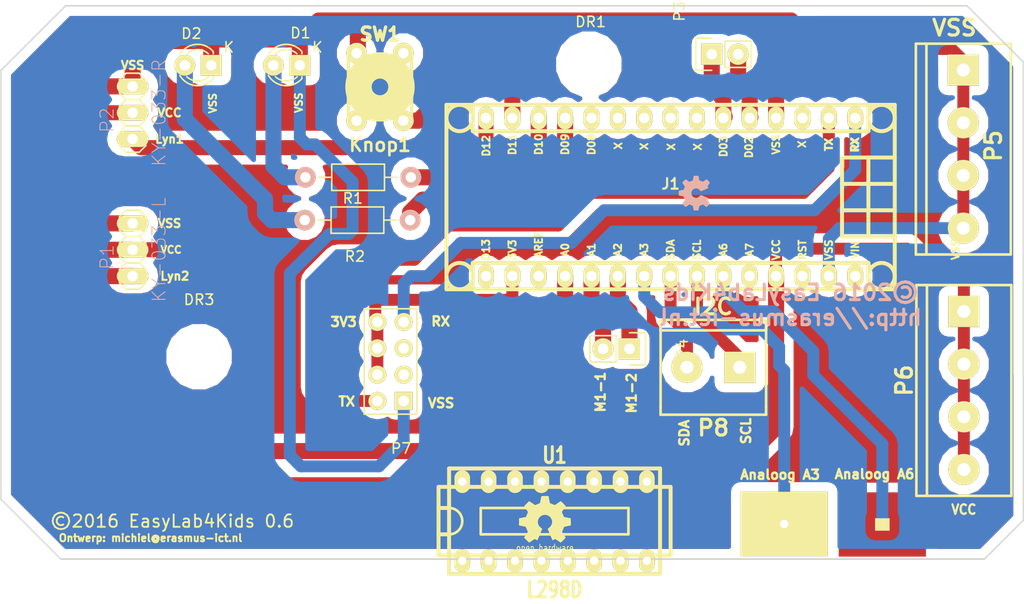
<source format=kicad_pcb>
(kicad_pcb (version 4) (host pcbnew 4.0.4-stable)

  (general
    (links 43)
    (no_connects 6)
    (area 15.164999 12.472599 113.816201 65.962601)
    (thickness 1.6)
    (drawings 67)
    (tracks 169)
    (zones 0)
    (modules 21)
    (nets 21)
  )

  (page A4)
  (layers
    (0 F.Cu signal)
    (31 B.Cu signal)
    (32 B.Adhes user)
    (33 F.Adhes user)
    (34 B.Paste user)
    (35 F.Paste user)
    (36 B.SilkS user)
    (37 F.SilkS user)
    (38 B.Mask user)
    (39 F.Mask user)
    (40 Dwgs.User user)
    (41 Cmts.User user)
    (42 Eco1.User user)
    (43 Eco2.User user)
    (44 Edge.Cuts user)
    (45 Margin user)
    (46 B.CrtYd user)
    (47 F.CrtYd user)
    (48 B.Fab user)
    (49 F.Fab user)
  )

  (setup
    (last_trace_width 1.15)
    (trace_clearance 0.5)
    (zone_clearance 0.908)
    (zone_45_only no)
    (trace_min 0.2)
    (segment_width 0.2)
    (edge_width 0.15)
    (via_size 0.6)
    (via_drill 0.4)
    (via_min_size 0.4)
    (via_min_drill 0.3)
    (uvia_size 0.3)
    (uvia_drill 0.1)
    (uvias_allowed no)
    (uvia_min_size 0.2)
    (uvia_min_drill 0.1)
    (pcb_text_width 0.3)
    (pcb_text_size 1.5 1.5)
    (mod_edge_width 0.15)
    (mod_text_size 1 1)
    (mod_text_width 0.15)
    (pad_size 1.524 1.524)
    (pad_drill 0.762)
    (pad_to_mask_clearance 0.2)
    (aux_axis_origin 0 0)
    (visible_elements 7FFFFFFF)
    (pcbplotparams
      (layerselection 0x00030_80000001)
      (usegerberextensions false)
      (excludeedgelayer true)
      (linewidth 0.100000)
      (plotframeref false)
      (viasonmask false)
      (mode 1)
      (useauxorigin false)
      (hpglpennumber 1)
      (hpglpenspeed 20)
      (hpglpendiameter 15)
      (hpglpenoverlay 2)
      (psnegative false)
      (psa4output false)
      (plotreference true)
      (plotvalue true)
      (plotinvisibletext false)
      (padsonsilk false)
      (subtractmaskfromsilk false)
      (outputformat 1)
      (mirror false)
      (drillshape 0)
      (scaleselection 1)
      (outputdirectory "GERBERS naar productie/GERBER/"))
  )

  (net 0 "")
  (net 1 /VSS)
  (net 2 /LYN1)
  (net 3 /LYN2)
  (net 4 /Knop1)
  (net 5 /M1-1)
  (net 6 /M1-2)
  (net 7 /M2-2)
  (net 8 /M2-1)
  (net 9 "Net-(D1-Pad2)")
  (net 10 "Net-(D2-Pad2)")
  (net 11 /LED-G)
  (net 12 /LED-R)
  (net 13 /Wifi-RX)
  (net 14 /Wifi-TX)
  (net 15 /3V3)
  (net 16 /VCC)
  (net 17 /SDA)
  (net 18 /SCL)
  (net 19 /A3)
  (net 20 /A6)

  (net_class Default "Dit is de standaard class."
    (clearance 0.5)
    (trace_width 1.15)
    (via_dia 0.6)
    (via_drill 0.4)
    (uvia_dia 0.3)
    (uvia_drill 0.1)
    (add_net /3V3)
    (add_net /A3)
    (add_net /A6)
    (add_net /Knop1)
    (add_net /LED-G)
    (add_net /LED-R)
    (add_net /LYN1)
    (add_net /LYN2)
    (add_net /M1-1)
    (add_net /M1-2)
    (add_net /M2-1)
    (add_net /M2-2)
    (add_net /SCL)
    (add_net /SDA)
    (add_net /VCC)
    (add_net /VSS)
    (add_net /Wifi-RX)
    (add_net /Wifi-TX)
    (add_net "Net-(D1-Pad2)")
    (add_net "Net-(D2-Pad2)")
  )

  (module w_conn_misc:arduino_nano_header (layer F.Cu) (tedit 5813C674) (tstamp 58111AF8)
    (at 79.756 30.988 180)
    (descr "Arduino Nano Header")
    (tags Arduino)
    (path /580FD33D)
    (fp_text reference J1 (at 0 1.27 180) (layer F.SilkS)
      (effects (font (size 1.016 1.016) (thickness 0.2032)))
    )
    (fp_text value Arduino_Nano_Header (at 0 -1.27 180) (layer F.SilkS) hide
      (effects (font (size 1.016 0.889) (thickness 0.2032)))
    )
    (fp_line (start -16.51 -1.27) (end -21.59 -1.27) (layer F.SilkS) (width 0.381))
    (fp_line (start -16.51 1.27) (end -21.59 1.27) (layer F.SilkS) (width 0.381))
    (fp_line (start -19.05 -3.81) (end -19.05 3.81) (layer F.SilkS) (width 0.381))
    (fp_line (start -21.59 -3.81) (end -16.51 -3.81) (layer F.SilkS) (width 0.381))
    (fp_line (start -16.51 -3.81) (end -16.51 3.81) (layer F.SilkS) (width 0.381))
    (fp_line (start -16.51 3.81) (end -21.59 3.81) (layer F.SilkS) (width 0.381))
    (fp_line (start 21.59 -8.89) (end -21.59 -8.89) (layer F.SilkS) (width 0.381))
    (fp_line (start -21.59 8.89) (end 21.59 8.89) (layer F.SilkS) (width 0.381))
    (fp_line (start -21.59 8.89) (end -21.59 -8.89) (layer F.SilkS) (width 0.381))
    (fp_line (start 21.59 8.89) (end 21.59 -8.89) (layer F.SilkS) (width 0.381))
    (fp_circle (center -20.32 -7.62) (end -21.59 -7.62) (layer F.SilkS) (width 0.381))
    (fp_circle (center -20.32 7.62) (end -21.59 7.62) (layer F.SilkS) (width 0.381))
    (fp_circle (center 20.32 -7.62) (end 21.59 -7.62) (layer F.SilkS) (width 0.381))
    (fp_circle (center 20.32 7.62) (end 21.59 7.62) (layer F.SilkS) (width 0.381))
    (fp_line (start 19.05 -6.35) (end -19.05 -6.35) (layer F.SilkS) (width 0.381))
    (fp_line (start -19.05 6.35) (end 19.05 6.35) (layer F.SilkS) (width 0.381))
    (fp_line (start 19.05 8.89) (end 19.05 6.35) (layer F.SilkS) (width 0.381))
    (fp_line (start 19.05 -6.35) (end 19.05 -8.89) (layer F.SilkS) (width 0.381))
    (fp_line (start -19.05 -8.89) (end -19.05 -6.35) (layer F.SilkS) (width 0.381))
    (fp_line (start -19.05 8.89) (end -19.05 6.35) (layer F.SilkS) (width 0.381))
    (pad 1 thru_hole oval (at -17.78 7.62 180) (size 1.524 2.19964) (drill 1.00076) (layers *.Cu *.Mask F.SilkS)
      (net 13 /Wifi-RX))
    (pad 2 thru_hole oval (at -15.24 7.62 180) (size 1.524 2.19964) (drill 1.00076) (layers *.Cu *.Mask F.SilkS)
      (net 14 /Wifi-TX))
    (pad 3 thru_hole oval (at -12.7 7.62 180) (size 1.524 2.19964) (drill 1.00076) (layers *.Cu *.Mask F.SilkS))
    (pad 4 thru_hole oval (at -10.16 7.62 180) (size 1.524 2.19964) (drill 1.00076) (layers *.Cu *.Mask F.SilkS)
      (net 1 /VSS))
    (pad 5 thru_hole oval (at -7.62 7.62 180) (size 1.524 2.19964) (drill 1.00076) (layers *.Cu *.Mask F.SilkS)
      (net 7 /M2-2))
    (pad 6 thru_hole oval (at -5.08 7.62 180) (size 1.524 2.19964) (drill 1.00076) (layers *.Cu *.Mask F.SilkS)
      (net 8 /M2-1))
    (pad 7 thru_hole oval (at -2.54 7.62 180) (size 1.524 2.19964) (drill 1.00076) (layers *.Cu *.Mask F.SilkS))
    (pad 8 thru_hole oval (at 0 7.62 180) (size 1.524 2.19964) (drill 1.00076) (layers *.Cu *.Mask F.SilkS))
    (pad 9 thru_hole oval (at 2.54 7.62 180) (size 1.524 2.19964) (drill 1.00076) (layers *.Cu *.Mask F.SilkS))
    (pad 10 thru_hole oval (at 5.08 7.62 180) (size 1.524 2.19964) (drill 1.00076) (layers *.Cu *.Mask F.SilkS))
    (pad 11 thru_hole oval (at 7.62 7.62 180) (size 1.524 2.19964) (drill 1.00076) (layers *.Cu *.Mask F.SilkS))
    (pad 12 thru_hole oval (at 10.16 7.62 180) (size 1.524 2.19964) (drill 1.00076) (layers *.Cu *.Mask F.SilkS)
      (net 11 /LED-G))
    (pad 13 thru_hole oval (at 12.7 7.62 180) (size 1.524 2.19964) (drill 1.00076) (layers *.Cu *.Mask F.SilkS)
      (net 12 /LED-R))
    (pad 14 thru_hole oval (at 15.24 7.62 180) (size 1.524 2.19964) (drill 1.00076) (layers *.Cu *.Mask F.SilkS)
      (net 4 /Knop1))
    (pad 15 thru_hole oval (at 17.78 7.62 180) (size 1.524 2.19964) (drill 1.00076) (layers *.Cu *.Mask F.SilkS)
      (net 2 /LYN1))
    (pad 16 thru_hole oval (at 17.78 -7.62 180) (size 1.524 2.19964) (drill 1.00076) (layers *.Cu *.Mask F.SilkS))
    (pad 17 thru_hole oval (at 15.24 -7.62 180) (size 1.524 2.19964) (drill 1.00076) (layers *.Cu *.Mask F.SilkS)
      (net 15 /3V3))
    (pad 18 thru_hole oval (at 12.7 -7.62 180) (size 1.524 2.19964) (drill 1.00076) (layers *.Cu *.Mask F.SilkS))
    (pad 19 thru_hole oval (at 10.16 -7.62 180) (size 1.524 2.19964) (drill 1.00076) (layers *.Cu *.Mask F.SilkS)
      (net 3 /LYN2))
    (pad 20 thru_hole oval (at 7.62 -7.62 180) (size 1.524 2.1971) (drill 1.00076) (layers *.Cu *.Mask F.SilkS)
      (net 5 /M1-1))
    (pad 21 thru_hole oval (at 5.08 -7.62 180) (size 1.524 2.1971) (drill 1.00076) (layers *.Cu *.Mask F.SilkS)
      (net 6 /M1-2))
    (pad 22 thru_hole oval (at 2.54 -7.62 180) (size 1.524 2.1971) (drill 1.00076) (layers *.Cu *.Mask F.SilkS)
      (net 19 /A3))
    (pad 23 thru_hole oval (at 0 -7.62 180) (size 1.524 2.1971) (drill 1.00076) (layers *.Cu *.Mask F.SilkS)
      (net 17 /SDA))
    (pad 24 thru_hole oval (at -2.54 -7.62 180) (size 1.524 2.1971) (drill 0.99822) (layers *.Cu *.Mask F.SilkS)
      (net 18 /SCL))
    (pad 25 thru_hole oval (at -5.08 -7.62 180) (size 1.524 2.1971) (drill 0.99822) (layers *.Cu *.Mask F.SilkS)
      (net 20 /A6))
    (pad 26 thru_hole oval (at -7.62 -7.62 180) (size 1.524 2.1971) (drill 0.99822) (layers *.Cu *.Mask F.SilkS))
    (pad 27 thru_hole oval (at -10.16 -7.62 180) (size 1.524 2.1971) (drill 0.99822) (layers *.Cu *.Mask F.SilkS)
      (net 16 /VCC))
    (pad 28 thru_hole oval (at -12.7 -7.62 180) (size 1.524 2.1971) (drill 0.99822) (layers *.Cu *.Mask F.SilkS))
    (pad 29 thru_hole oval (at -15.24 -7.62 180) (size 1.524 2.1971) (drill 0.99822) (layers *.Cu *.Mask F.SilkS)
      (net 1 /VSS))
    (pad 30 thru_hole oval (at -17.78 -7.62 180) (size 1.524 2.1971) (drill 0.99822) (layers *.Cu *.Mask F.SilkS))
    (model walter/conn_misc/arduino_nano_header.wrl
      (at (xyz 0 0 0))
      (scale (xyz 1 1 1))
      (rotate (xyz 0 0 0))
    )
  )

  (module pinhead-1:pinhead-1-1X03 (layer F.Cu) (tedit 200000) (tstamp 58111AFF)
    (at 27.94 36.068 90)
    (descr "PIN HEADER - 2.54")
    (tags "PIN HEADER - 2.54")
    (path /580FE38C)
    (attr virtual)
    (fp_text reference P1 (at -0.7112 -2.4638 90) (layer B.SilkS)
      (effects (font (size 1.27 1.27) (thickness 0.0889)))
    )
    (fp_text value KY-033-L (at 0 2.54 90) (layer B.SilkS)
      (effects (font (size 1.27 1.27) (thickness 0.0889)))
    )
    (fp_line (start -0.254 0.254) (end 0.254 0.254) (layer F.SilkS) (width 0.06604))
    (fp_line (start 0.254 0.254) (end 0.254 -0.254) (layer F.SilkS) (width 0.06604))
    (fp_line (start -0.254 -0.254) (end 0.254 -0.254) (layer F.SilkS) (width 0.06604))
    (fp_line (start -0.254 0.254) (end -0.254 -0.254) (layer F.SilkS) (width 0.06604))
    (fp_line (start -2.794 0.254) (end -2.286 0.254) (layer F.SilkS) (width 0.06604))
    (fp_line (start -2.286 0.254) (end -2.286 -0.254) (layer F.SilkS) (width 0.06604))
    (fp_line (start -2.794 -0.254) (end -2.286 -0.254) (layer F.SilkS) (width 0.06604))
    (fp_line (start -2.794 0.254) (end -2.794 -0.254) (layer F.SilkS) (width 0.06604))
    (fp_line (start 2.286 0.254) (end 2.794 0.254) (layer F.SilkS) (width 0.06604))
    (fp_line (start 2.794 0.254) (end 2.794 -0.254) (layer F.SilkS) (width 0.06604))
    (fp_line (start 2.286 -0.254) (end 2.794 -0.254) (layer F.SilkS) (width 0.06604))
    (fp_line (start 2.286 0.254) (end 2.286 -0.254) (layer F.SilkS) (width 0.06604))
    (fp_line (start -3.175 -1.27) (end -1.905 -1.27) (layer F.SilkS) (width 0.1524))
    (fp_line (start -1.905 -1.27) (end -1.27 -0.635) (layer F.SilkS) (width 0.1524))
    (fp_line (start -1.27 -0.635) (end -1.27 0.635) (layer F.SilkS) (width 0.1524))
    (fp_line (start -1.27 0.635) (end -1.905 1.27) (layer F.SilkS) (width 0.1524))
    (fp_line (start -1.27 -0.635) (end -0.635 -1.27) (layer F.SilkS) (width 0.1524))
    (fp_line (start -0.635 -1.27) (end 0.635 -1.27) (layer F.SilkS) (width 0.1524))
    (fp_line (start 0.635 -1.27) (end 1.27 -0.635) (layer F.SilkS) (width 0.1524))
    (fp_line (start 1.27 -0.635) (end 1.27 0.635) (layer F.SilkS) (width 0.1524))
    (fp_line (start 1.27 0.635) (end 0.635 1.27) (layer F.SilkS) (width 0.1524))
    (fp_line (start 0.635 1.27) (end -0.635 1.27) (layer F.SilkS) (width 0.1524))
    (fp_line (start -0.635 1.27) (end -1.27 0.635) (layer F.SilkS) (width 0.1524))
    (fp_line (start -3.81 -0.635) (end -3.81 0.635) (layer F.SilkS) (width 0.1524))
    (fp_line (start -3.175 -1.27) (end -3.81 -0.635) (layer F.SilkS) (width 0.1524))
    (fp_line (start -3.81 0.635) (end -3.175 1.27) (layer F.SilkS) (width 0.1524))
    (fp_line (start -1.905 1.27) (end -3.175 1.27) (layer F.SilkS) (width 0.1524))
    (fp_line (start 1.27 -0.635) (end 1.905 -1.27) (layer F.SilkS) (width 0.1524))
    (fp_line (start 1.905 -1.27) (end 3.175 -1.27) (layer F.SilkS) (width 0.1524))
    (fp_line (start 3.175 -1.27) (end 3.81 -0.635) (layer F.SilkS) (width 0.1524))
    (fp_line (start 3.81 -0.635) (end 3.81 0.635) (layer F.SilkS) (width 0.1524))
    (fp_line (start 3.81 0.635) (end 3.175 1.27) (layer F.SilkS) (width 0.1524))
    (fp_line (start 3.175 1.27) (end 1.905 1.27) (layer F.SilkS) (width 0.1524))
    (fp_line (start 1.905 1.27) (end 1.27 0.635) (layer F.SilkS) (width 0.1524))
    (pad 1 thru_hole oval (at -2.54 0 90) (size 1.524 3.048) (drill 1.016) (layers *.Cu F.Paste F.SilkS F.Mask)
      (net 3 /LYN2))
    (pad 2 thru_hole oval (at 0 0 90) (size 1.524 3.048) (drill 1.016) (layers *.Cu F.Paste F.SilkS F.Mask)
      (net 16 /VCC))
    (pad 3 thru_hole oval (at 2.54 0 90) (size 1.524 3.048) (drill 1.016) (layers *.Cu F.Paste F.SilkS F.Mask)
      (net 1 /VSS))
  )

  (module pinhead-1:pinhead-1-1X03 (layer F.Cu) (tedit 200000) (tstamp 58111B06)
    (at 27.94 22.86 90)
    (descr "PIN HEADER - 2.54")
    (tags "PIN HEADER - 2.54")
    (path /580FE253)
    (attr virtual)
    (fp_text reference P2 (at -0.7112 -2.4638 90) (layer B.SilkS)
      (effects (font (size 1.27 1.27) (thickness 0.0889)))
    )
    (fp_text value KY-033-R (at 0 2.54 90) (layer B.SilkS)
      (effects (font (size 1.27 1.27) (thickness 0.0889)))
    )
    (fp_line (start -0.254 0.254) (end 0.254 0.254) (layer F.SilkS) (width 0.06604))
    (fp_line (start 0.254 0.254) (end 0.254 -0.254) (layer F.SilkS) (width 0.06604))
    (fp_line (start -0.254 -0.254) (end 0.254 -0.254) (layer F.SilkS) (width 0.06604))
    (fp_line (start -0.254 0.254) (end -0.254 -0.254) (layer F.SilkS) (width 0.06604))
    (fp_line (start -2.794 0.254) (end -2.286 0.254) (layer F.SilkS) (width 0.06604))
    (fp_line (start -2.286 0.254) (end -2.286 -0.254) (layer F.SilkS) (width 0.06604))
    (fp_line (start -2.794 -0.254) (end -2.286 -0.254) (layer F.SilkS) (width 0.06604))
    (fp_line (start -2.794 0.254) (end -2.794 -0.254) (layer F.SilkS) (width 0.06604))
    (fp_line (start 2.286 0.254) (end 2.794 0.254) (layer F.SilkS) (width 0.06604))
    (fp_line (start 2.794 0.254) (end 2.794 -0.254) (layer F.SilkS) (width 0.06604))
    (fp_line (start 2.286 -0.254) (end 2.794 -0.254) (layer F.SilkS) (width 0.06604))
    (fp_line (start 2.286 0.254) (end 2.286 -0.254) (layer F.SilkS) (width 0.06604))
    (fp_line (start -3.175 -1.27) (end -1.905 -1.27) (layer F.SilkS) (width 0.1524))
    (fp_line (start -1.905 -1.27) (end -1.27 -0.635) (layer F.SilkS) (width 0.1524))
    (fp_line (start -1.27 -0.635) (end -1.27 0.635) (layer F.SilkS) (width 0.1524))
    (fp_line (start -1.27 0.635) (end -1.905 1.27) (layer F.SilkS) (width 0.1524))
    (fp_line (start -1.27 -0.635) (end -0.635 -1.27) (layer F.SilkS) (width 0.1524))
    (fp_line (start -0.635 -1.27) (end 0.635 -1.27) (layer F.SilkS) (width 0.1524))
    (fp_line (start 0.635 -1.27) (end 1.27 -0.635) (layer F.SilkS) (width 0.1524))
    (fp_line (start 1.27 -0.635) (end 1.27 0.635) (layer F.SilkS) (width 0.1524))
    (fp_line (start 1.27 0.635) (end 0.635 1.27) (layer F.SilkS) (width 0.1524))
    (fp_line (start 0.635 1.27) (end -0.635 1.27) (layer F.SilkS) (width 0.1524))
    (fp_line (start -0.635 1.27) (end -1.27 0.635) (layer F.SilkS) (width 0.1524))
    (fp_line (start -3.81 -0.635) (end -3.81 0.635) (layer F.SilkS) (width 0.1524))
    (fp_line (start -3.175 -1.27) (end -3.81 -0.635) (layer F.SilkS) (width 0.1524))
    (fp_line (start -3.81 0.635) (end -3.175 1.27) (layer F.SilkS) (width 0.1524))
    (fp_line (start -1.905 1.27) (end -3.175 1.27) (layer F.SilkS) (width 0.1524))
    (fp_line (start 1.27 -0.635) (end 1.905 -1.27) (layer F.SilkS) (width 0.1524))
    (fp_line (start 1.905 -1.27) (end 3.175 -1.27) (layer F.SilkS) (width 0.1524))
    (fp_line (start 3.175 -1.27) (end 3.81 -0.635) (layer F.SilkS) (width 0.1524))
    (fp_line (start 3.81 -0.635) (end 3.81 0.635) (layer F.SilkS) (width 0.1524))
    (fp_line (start 3.81 0.635) (end 3.175 1.27) (layer F.SilkS) (width 0.1524))
    (fp_line (start 3.175 1.27) (end 1.905 1.27) (layer F.SilkS) (width 0.1524))
    (fp_line (start 1.905 1.27) (end 1.27 0.635) (layer F.SilkS) (width 0.1524))
    (pad 1 thru_hole oval (at -2.54 0 90) (size 1.524 3.048) (drill 1.016) (layers *.Cu F.Paste F.SilkS F.Mask)
      (net 2 /LYN1))
    (pad 2 thru_hole oval (at 0 0 90) (size 1.524 3.048) (drill 1.016) (layers *.Cu F.Paste F.SilkS F.Mask)
      (net 16 /VCC))
    (pad 3 thru_hole oval (at 2.54 0 90) (size 1.524 3.048) (drill 1.016) (layers *.Cu F.Paste F.SilkS F.Mask)
      (net 1 /VSS))
  )

  (module w_switch:PCB_PUSH (layer F.Cu) (tedit 0) (tstamp 58132BCE)
    (at 51.7652 20.3708)
    (descr "PCB pushbutton, Tyco FSM6x6 series")
    (tags pushbutton)
    (path /58132A9E)
    (fp_text reference SW1 (at 0 -5.08) (layer F.SilkS)
      (effects (font (size 1.27 1.27) (thickness 0.3175)))
    )
    (fp_text value Knop1 (at 0 5.588) (layer F.SilkS)
      (effects (font (size 1.27 1.27) (thickness 0.254)))
    )
    (fp_line (start -3.048 -3.048) (end 3.048 -3.048) (layer F.SilkS) (width 0.3048))
    (fp_line (start 3.048 -3.048) (end 3.048 3.048) (layer F.SilkS) (width 0.3048))
    (fp_line (start 3.048 3.048) (end -3.048 3.048) (layer F.SilkS) (width 0.3048))
    (fp_line (start -3.048 3.048) (end -3.048 -3.048) (layer F.SilkS) (width 0.3048))
    (fp_circle (center 0 0) (end -0.762 0.254) (layer F.SilkS) (width 2.54))
    (pad 1 thru_hole circle (at -2.25044 -3.2512) (size 1.99898 1.99898) (drill 1.00076) (layers *.Cu *.Mask F.SilkS)
      (net 1 /VSS))
    (pad 2 thru_hole circle (at 2.25044 3.2512) (size 1.99898 1.99898) (drill 1.00076) (layers *.Cu *.Mask F.SilkS)
      (net 4 /Knop1))
    (pad 4 thru_hole circle (at 2.25044 -3.2512) (size 1.99898 1.99898) (drill 1.00076) (layers *.Cu *.Mask F.SilkS))
    (pad 3 thru_hole circle (at -2.25044 3.2512) (size 1.99898 1.99898) (drill 1.00076) (layers *.Cu *.Mask F.SilkS))
    (model walter/switch/pcb_push.wrl
      (at (xyz 0 0 0))
      (scale (xyz 1 1 1))
      (rotate (xyz 0 0 0))
    )
  )

  (module Mounting_Holes:MountingHole_4.5mm (layer F.Cu) (tedit 582B7FB6) (tstamp 58133741)
    (at 71.882 18.1864)
    (descr "Mounting Hole 4.5mm, no annular")
    (tags "mounting hole 4.5mm no annular")
    (path /58133840)
    (fp_text reference DR1 (at 0.168 -4.0864) (layer F.SilkS)
      (effects (font (size 1 1) (thickness 0.15)))
    )
    (fp_text value gat1 (at 0 5.5) (layer F.Fab)
      (effects (font (size 1 1) (thickness 0.15)))
    )
    (fp_circle (center 0 0) (end 4.5 0) (layer Cmts.User) (width 0.15))
    (fp_circle (center 0 0) (end 4.75 0) (layer F.CrtYd) (width 0.05))
    (pad 1 np_thru_hole circle (at 0 0) (size 4.5 4.5) (drill 4.5) (layers *.Cu *.Mask F.SilkS))
  )

  (module w_logo:Logo_silk_OSHW_6x6mm (layer F.Cu) (tedit 581338E2) (tstamp 58133745)
    (at 67.65 62.05)
    (descr "Open Hardware Logo, 6x6mm")
    (path /581335E9)
    (fp_text reference DR2 (at 0 0.508) (layer F.SilkS) hide
      (effects (font (size 0.22606 0.22606) (thickness 0.04318)))
    )
    (fp_text value CE-LOGO1 (at 0 1.524) (layer F.SilkS) hide
      (effects (font (size 0.22606 0.22606) (thickness 0.04318)))
    )
    (fp_line (start 2.16 2.62) (end 2.16 3.08) (layer F.SilkS) (width 0.075))
    (fp_line (start 2.25 2.62) (end 2.3 2.62) (layer F.SilkS) (width 0.075))
    (fp_line (start 2.2 2.65) (end 2.25 2.62) (layer F.SilkS) (width 0.075))
    (fp_line (start 2.18 2.67) (end 2.2 2.65) (layer F.SilkS) (width 0.075))
    (fp_line (start 2.16 2.74) (end 2.18 2.67) (layer F.SilkS) (width 0.075))
    (fp_line (start 2.6 3.08) (end 2.65 3.05) (layer F.SilkS) (width 0.075))
    (fp_line (start 2.5 3.08) (end 2.6 3.08) (layer F.SilkS) (width 0.075))
    (fp_line (start 2.46 3.05) (end 2.5 3.08) (layer F.SilkS) (width 0.075))
    (fp_line (start 2.44 2.98) (end 2.46 3.05) (layer F.SilkS) (width 0.075))
    (fp_line (start 2.44 2.71) (end 2.44 2.98) (layer F.SilkS) (width 0.075))
    (fp_line (start 2.47 2.65) (end 2.44 2.71) (layer F.SilkS) (width 0.075))
    (fp_line (start 2.51 2.62) (end 2.47 2.65) (layer F.SilkS) (width 0.075))
    (fp_line (start 2.61 2.62) (end 2.51 2.62) (layer F.SilkS) (width 0.075))
    (fp_line (start 2.65 2.66) (end 2.61 2.62) (layer F.SilkS) (width 0.075))
    (fp_line (start 2.67 2.73) (end 2.65 2.66) (layer F.SilkS) (width 0.075))
    (fp_line (start 2.67 2.85) (end 2.67 2.73) (layer F.SilkS) (width 0.075))
    (fp_line (start 2.67 2.85) (end 2.44 2.85) (layer F.SilkS) (width 0.075))
    (fp_line (start 1.92 2.71) (end 1.92 3.08) (layer F.SilkS) (width 0.075))
    (fp_line (start 1.89 2.65) (end 1.92 2.71) (layer F.SilkS) (width 0.075))
    (fp_line (start 1.85 2.62) (end 1.89 2.65) (layer F.SilkS) (width 0.075))
    (fp_line (start 1.75 2.62) (end 1.85 2.62) (layer F.SilkS) (width 0.075))
    (fp_line (start 1.7 2.65) (end 1.75 2.62) (layer F.SilkS) (width 0.075))
    (fp_line (start 1.76 2.81) (end 1.71 2.84) (layer F.SilkS) (width 0.075))
    (fp_line (start 1.88 2.81) (end 1.76 2.81) (layer F.SilkS) (width 0.075))
    (fp_line (start 1.92 2.78) (end 1.88 2.81) (layer F.SilkS) (width 0.075))
    (fp_line (start 1.87 3.08) (end 1.92 3.04) (layer F.SilkS) (width 0.075))
    (fp_line (start 1.75 3.08) (end 1.87 3.08) (layer F.SilkS) (width 0.075))
    (fp_line (start 1.7 3.04) (end 1.75 3.08) (layer F.SilkS) (width 0.075))
    (fp_line (start 1.68 2.98) (end 1.7 3.04) (layer F.SilkS) (width 0.075))
    (fp_line (start 1.68 2.91) (end 1.68 2.98) (layer F.SilkS) (width 0.075))
    (fp_line (start 1.71 2.84) (end 1.68 2.91) (layer F.SilkS) (width 0.075))
    (fp_line (start 1.13 2.62) (end 1.23 3.08) (layer F.SilkS) (width 0.075))
    (fp_line (start 1.23 3.08) (end 1.32 2.74) (layer F.SilkS) (width 0.075))
    (fp_line (start 1.32 2.74) (end 1.42 3.08) (layer F.SilkS) (width 0.075))
    (fp_line (start 1.42 3.08) (end 1.52 2.62) (layer F.SilkS) (width 0.075))
    (fp_line (start 0.94 3.05) (end 0.9 3.08) (layer F.SilkS) (width 0.075))
    (fp_line (start 0.9 3.08) (end 0.79 3.08) (layer F.SilkS) (width 0.075))
    (fp_line (start 0.79 3.08) (end 0.75 3.05) (layer F.SilkS) (width 0.075))
    (fp_line (start 0.75 3.05) (end 0.73 3.02) (layer F.SilkS) (width 0.075))
    (fp_line (start 0.73 3.02) (end 0.7 2.95) (layer F.SilkS) (width 0.075))
    (fp_line (start 0.7 2.95) (end 0.7 2.75) (layer F.SilkS) (width 0.075))
    (fp_line (start 0.7 2.75) (end 0.73 2.68) (layer F.SilkS) (width 0.075))
    (fp_line (start 0.73 2.68) (end 0.75 2.65) (layer F.SilkS) (width 0.075))
    (fp_line (start 0.75 2.65) (end 0.81 2.61) (layer F.SilkS) (width 0.075))
    (fp_line (start 0.81 2.61) (end 0.88 2.61) (layer F.SilkS) (width 0.075))
    (fp_line (start 0.88 2.61) (end 0.94 2.65) (layer F.SilkS) (width 0.075))
    (fp_line (start 0.94 2.38) (end 0.94 3.08) (layer F.SilkS) (width 0.075))
    (fp_line (start 0.42 2.74) (end 0.44 2.67) (layer F.SilkS) (width 0.075))
    (fp_line (start 0.44 2.67) (end 0.46 2.65) (layer F.SilkS) (width 0.075))
    (fp_line (start 0.46 2.65) (end 0.51 2.62) (layer F.SilkS) (width 0.075))
    (fp_line (start 0.51 2.62) (end 0.56 2.62) (layer F.SilkS) (width 0.075))
    (fp_line (start 0.42 2.62) (end 0.42 3.08) (layer F.SilkS) (width 0.075))
    (fp_line (start -0.03 2.84) (end -0.06 2.91) (layer F.SilkS) (width 0.075))
    (fp_line (start -0.06 2.91) (end -0.06 2.98) (layer F.SilkS) (width 0.075))
    (fp_line (start -0.06 2.98) (end -0.04 3.04) (layer F.SilkS) (width 0.075))
    (fp_line (start -0.04 3.04) (end 0.01 3.08) (layer F.SilkS) (width 0.075))
    (fp_line (start 0.01 3.08) (end 0.13 3.08) (layer F.SilkS) (width 0.075))
    (fp_line (start 0.13 3.08) (end 0.18 3.04) (layer F.SilkS) (width 0.075))
    (fp_line (start 0.18 2.78) (end 0.14 2.81) (layer F.SilkS) (width 0.075))
    (fp_line (start 0.14 2.81) (end 0.02 2.81) (layer F.SilkS) (width 0.075))
    (fp_line (start 0.02 2.81) (end -0.03 2.84) (layer F.SilkS) (width 0.075))
    (fp_line (start -0.04 2.65) (end 0.01 2.62) (layer F.SilkS) (width 0.075))
    (fp_line (start 0.01 2.62) (end 0.11 2.62) (layer F.SilkS) (width 0.075))
    (fp_line (start 0.11 2.62) (end 0.15 2.65) (layer F.SilkS) (width 0.075))
    (fp_line (start 0.15 2.65) (end 0.18 2.71) (layer F.SilkS) (width 0.075))
    (fp_line (start 0.18 2.71) (end 0.18 3.08) (layer F.SilkS) (width 0.075))
    (fp_line (start -0.49 2.69) (end -0.47 2.65) (layer F.SilkS) (width 0.075))
    (fp_line (start -0.47 2.65) (end -0.42 2.62) (layer F.SilkS) (width 0.075))
    (fp_line (start -0.42 2.62) (end -0.34 2.62) (layer F.SilkS) (width 0.075))
    (fp_line (start -0.34 2.62) (end -0.3 2.65) (layer F.SilkS) (width 0.075))
    (fp_line (start -0.3 2.65) (end -0.28 2.71) (layer F.SilkS) (width 0.075))
    (fp_line (start -0.28 2.71) (end -0.28 3.08) (layer F.SilkS) (width 0.075))
    (fp_line (start -0.49 2.38) (end -0.49 3.08) (layer F.SilkS) (width 0.075))
    (fp_line (start -1.54 2.85) (end -1.77 2.85) (layer F.SilkS) (width 0.075))
    (fp_line (start -1.32 2.68) (end -1.3 2.65) (layer F.SilkS) (width 0.075))
    (fp_line (start -1.3 2.65) (end -1.26 2.62) (layer F.SilkS) (width 0.075))
    (fp_line (start -1.26 2.62) (end -1.17 2.62) (layer F.SilkS) (width 0.075))
    (fp_line (start -1.17 2.62) (end -1.13 2.65) (layer F.SilkS) (width 0.075))
    (fp_line (start -1.13 2.65) (end -1.11 2.71) (layer F.SilkS) (width 0.075))
    (fp_line (start -1.11 2.71) (end -1.11 3.08) (layer F.SilkS) (width 0.075))
    (fp_line (start -1.32 2.62) (end -1.32 3.08) (layer F.SilkS) (width 0.075))
    (fp_line (start -1.54 2.85) (end -1.54 2.73) (layer F.SilkS) (width 0.075))
    (fp_line (start -1.54 2.73) (end -1.56 2.66) (layer F.SilkS) (width 0.075))
    (fp_line (start -1.56 2.66) (end -1.6 2.62) (layer F.SilkS) (width 0.075))
    (fp_line (start -1.6 2.62) (end -1.7 2.62) (layer F.SilkS) (width 0.075))
    (fp_line (start -1.7 2.62) (end -1.74 2.65) (layer F.SilkS) (width 0.075))
    (fp_line (start -1.74 2.65) (end -1.77 2.71) (layer F.SilkS) (width 0.075))
    (fp_line (start -1.77 2.71) (end -1.77 2.98) (layer F.SilkS) (width 0.075))
    (fp_line (start -1.77 2.98) (end -1.75 3.05) (layer F.SilkS) (width 0.075))
    (fp_line (start -1.75 3.05) (end -1.71 3.08) (layer F.SilkS) (width 0.075))
    (fp_line (start -1.71 3.08) (end -1.61 3.08) (layer F.SilkS) (width 0.075))
    (fp_line (start -1.61 3.08) (end -1.56 3.05) (layer F.SilkS) (width 0.075))
    (fp_line (start -2.2 2.65) (end -2.16 2.62) (layer F.SilkS) (width 0.075))
    (fp_line (start -2.16 2.62) (end -2.06 2.62) (layer F.SilkS) (width 0.075))
    (fp_line (start -2.06 2.62) (end -2.02 2.65) (layer F.SilkS) (width 0.075))
    (fp_line (start -2.02 2.65) (end -1.99 2.68) (layer F.SilkS) (width 0.075))
    (fp_line (start -1.99 2.68) (end -1.97 2.74) (layer F.SilkS) (width 0.075))
    (fp_line (start -1.97 2.74) (end -1.97 2.96) (layer F.SilkS) (width 0.075))
    (fp_line (start -1.97 2.96) (end -1.99 3.02) (layer F.SilkS) (width 0.075))
    (fp_line (start -1.99 3.02) (end -2.01 3.05) (layer F.SilkS) (width 0.075))
    (fp_line (start -2.01 3.05) (end -2.05 3.08) (layer F.SilkS) (width 0.075))
    (fp_line (start -2.05 3.08) (end -2.15 3.08) (layer F.SilkS) (width 0.075))
    (fp_line (start -2.15 3.08) (end -2.2 3.05) (layer F.SilkS) (width 0.075))
    (fp_line (start -2.2 3.32) (end -2.2 2.62) (layer F.SilkS) (width 0.075))
    (fp_line (start -2.51 2.62) (end -2.59 2.62) (layer F.SilkS) (width 0.075))
    (fp_line (start -2.59 2.62) (end -2.63 2.65) (layer F.SilkS) (width 0.075))
    (fp_line (start -2.63 2.65) (end -2.65 2.68) (layer F.SilkS) (width 0.075))
    (fp_line (start -2.65 2.68) (end -2.68 2.75) (layer F.SilkS) (width 0.075))
    (fp_line (start -2.59 3.08) (end -2.51 3.08) (layer F.SilkS) (width 0.075))
    (fp_line (start -2.51 3.08) (end -2.46 3.05) (layer F.SilkS) (width 0.075))
    (fp_line (start -2.46 3.05) (end -2.44 3.02) (layer F.SilkS) (width 0.075))
    (fp_line (start -2.44 3.02) (end -2.42 2.95) (layer F.SilkS) (width 0.075))
    (fp_line (start -2.42 2.95) (end -2.42 2.75) (layer F.SilkS) (width 0.075))
    (fp_line (start -2.42 2.75) (end -2.44 2.69) (layer F.SilkS) (width 0.075))
    (fp_line (start -2.44 2.69) (end -2.46 2.66) (layer F.SilkS) (width 0.075))
    (fp_line (start -2.46 2.66) (end -2.51 2.62) (layer F.SilkS) (width 0.075))
    (fp_line (start -2.68 2.75) (end -2.68 2.95) (layer F.SilkS) (width 0.075))
    (fp_line (start -2.68 2.95) (end -2.66 3.01) (layer F.SilkS) (width 0.075))
    (fp_line (start -2.66 3.01) (end -2.64 3.04) (layer F.SilkS) (width 0.075))
    (fp_line (start -2.64 3.04) (end -2.59 3.08) (layer F.SilkS) (width 0.075))
    (fp_poly (pts (xy -1.51384 2.24536) (xy -1.48844 2.23012) (xy -1.43002 2.19456) (xy -1.3462 2.13868)
      (xy -1.24714 2.07264) (xy -1.14808 2.0066) (xy -1.0668 1.95326) (xy -1.01092 1.91516)
      (xy -0.98552 1.90246) (xy -0.97282 1.90754) (xy -0.9271 1.9304) (xy -0.85852 1.96596)
      (xy -0.81788 1.98628) (xy -0.75692 2.01168) (xy -0.7239 2.0193) (xy -0.71882 2.00914)
      (xy -0.69596 1.96088) (xy -0.6604 1.8796) (xy -0.61468 1.77038) (xy -0.5588 1.64338)
      (xy -0.50292 1.50876) (xy -0.4445 1.36906) (xy -0.38862 1.23444) (xy -0.34036 1.11506)
      (xy -0.29972 1.01854) (xy -0.27432 0.94996) (xy -0.26416 0.92202) (xy -0.2667 0.9144)
      (xy -0.29972 0.88392) (xy -0.35306 0.84328) (xy -0.47244 0.74676) (xy -0.58928 0.60198)
      (xy -0.6604 0.43688) (xy -0.68326 0.25146) (xy -0.66294 0.08128) (xy -0.5969 -0.08128)
      (xy -0.4826 -0.2286) (xy -0.3429 -0.33782) (xy -0.18034 -0.4064) (xy 0 -0.42926)
      (xy 0.17272 -0.40894) (xy 0.34036 -0.3429) (xy 0.48768 -0.23114) (xy 0.55118 -0.16002)
      (xy 0.63754 -0.01016) (xy 0.6858 0.14732) (xy 0.69088 0.18796) (xy 0.68326 0.36322)
      (xy 0.63246 0.5334) (xy 0.53848 0.68326) (xy 0.40894 0.80772) (xy 0.3937 0.81788)
      (xy 0.33528 0.8636) (xy 0.29464 0.89408) (xy 0.26416 0.91948) (xy 0.48768 1.45796)
      (xy 0.52324 1.54178) (xy 0.5842 1.6891) (xy 0.63754 1.8161) (xy 0.68072 1.9177)
      (xy 0.7112 1.98374) (xy 0.7239 2.01168) (xy 0.7239 2.01422) (xy 0.74422 2.01676)
      (xy 0.78486 2.00152) (xy 0.86106 1.96596) (xy 0.90932 1.94056) (xy 0.96774 1.91262)
      (xy 0.99314 1.90246) (xy 1.016 1.91516) (xy 1.06934 1.95072) (xy 1.15062 2.00406)
      (xy 1.24714 2.06756) (xy 1.33858 2.13106) (xy 1.4224 2.18694) (xy 1.48336 2.22504)
      (xy 1.51384 2.24282) (xy 1.51892 2.24282) (xy 1.54432 2.22758) (xy 1.59258 2.18694)
      (xy 1.66624 2.11836) (xy 1.77038 2.01422) (xy 1.78562 1.99898) (xy 1.87198 1.91262)
      (xy 1.94056 1.83896) (xy 1.98628 1.78816) (xy 2.00406 1.7653) (xy 2.00406 1.7653)
      (xy 1.98882 1.73482) (xy 1.95072 1.67386) (xy 1.89484 1.5875) (xy 1.82626 1.48844)
      (xy 1.64846 1.22936) (xy 1.74498 0.98552) (xy 1.77546 0.90932) (xy 1.81356 0.82042)
      (xy 1.8415 0.75438) (xy 1.85674 0.72644) (xy 1.88214 0.71628) (xy 1.95072 0.70104)
      (xy 2.04724 0.68072) (xy 2.16154 0.6604) (xy 2.2733 0.64008) (xy 2.37236 0.61976)
      (xy 2.44348 0.60706) (xy 2.4765 0.59944) (xy 2.48412 0.59436) (xy 2.49174 0.57912)
      (xy 2.49428 0.5461) (xy 2.49682 0.48514) (xy 2.49936 0.39116) (xy 2.49936 0.25146)
      (xy 2.49936 0.23622) (xy 2.49682 0.10668) (xy 2.49428 0) (xy 2.49174 -0.06604)
      (xy 2.48666 -0.09398) (xy 2.48666 -0.09398) (xy 2.45618 -0.1016) (xy 2.38506 -0.11684)
      (xy 2.286 -0.13462) (xy 2.16662 -0.15748) (xy 2.159 -0.16002) (xy 2.04216 -0.18288)
      (xy 1.9431 -0.2032) (xy 1.87198 -0.21844) (xy 1.84404 -0.2286) (xy 1.83642 -0.23622)
      (xy 1.81356 -0.28194) (xy 1.78054 -0.3556) (xy 1.7399 -0.4445) (xy 1.7018 -0.53848)
      (xy 1.66878 -0.6223) (xy 1.64592 -0.68326) (xy 1.6383 -0.7112) (xy 1.64084 -0.71374)
      (xy 1.65862 -0.74168) (xy 1.69926 -0.80264) (xy 1.75514 -0.88646) (xy 1.82372 -0.98806)
      (xy 1.8288 -0.99568) (xy 1.89738 -1.09474) (xy 1.95326 -1.1811) (xy 1.98882 -1.23952)
      (xy 2.00406 -1.26746) (xy 2.00406 -1.27) (xy 1.9812 -1.30048) (xy 1.9304 -1.35636)
      (xy 1.85674 -1.43256) (xy 1.77038 -1.52146) (xy 1.74244 -1.54686) (xy 1.64338 -1.64338)
      (xy 1.57734 -1.70434) (xy 1.53416 -1.73736) (xy 1.51384 -1.74498) (xy 1.51384 -1.74498)
      (xy 1.48336 -1.7272) (xy 1.41986 -1.68656) (xy 1.33604 -1.62814) (xy 1.23444 -1.55956)
      (xy 1.22682 -1.55448) (xy 1.12776 -1.4859) (xy 1.04394 -1.43002) (xy 0.98552 -1.38938)
      (xy 0.95758 -1.37414) (xy 0.95504 -1.37414) (xy 0.9144 -1.38684) (xy 0.84328 -1.41224)
      (xy 0.75438 -1.44526) (xy 0.66294 -1.48336) (xy 0.57912 -1.51892) (xy 0.51562 -1.54686)
      (xy 0.48514 -1.56464) (xy 0.48514 -1.56464) (xy 0.47498 -1.6002) (xy 0.4572 -1.6764)
      (xy 0.43688 -1.778) (xy 0.41148 -1.89992) (xy 0.40894 -1.92024) (xy 0.38608 -2.03962)
      (xy 0.3683 -2.13868) (xy 0.35306 -2.20726) (xy 0.34544 -2.2352) (xy 0.3302 -2.23774)
      (xy 0.27178 -2.24282) (xy 0.18288 -2.24536) (xy 0.07366 -2.24536) (xy -0.0381 -2.24536)
      (xy -0.14732 -2.24282) (xy -0.2413 -2.24028) (xy -0.30988 -2.2352) (xy -0.33782 -2.23012)
      (xy -0.33782 -2.22758) (xy -0.34798 -2.18948) (xy -0.36576 -2.11582) (xy -0.38608 -2.01168)
      (xy -0.40894 -1.88976) (xy -0.41402 -1.8669) (xy -0.43688 -1.75006) (xy -0.4572 -1.651)
      (xy -0.4699 -1.58496) (xy -0.47752 -1.55702) (xy -0.49022 -1.55194) (xy -0.53848 -1.53162)
      (xy -0.61722 -1.4986) (xy -0.71628 -1.45796) (xy -0.94488 -1.36652) (xy -1.22682 -1.55702)
      (xy -1.25222 -1.5748) (xy -1.35382 -1.64338) (xy -1.4351 -1.69926) (xy -1.49352 -1.73736)
      (xy -1.51638 -1.75006) (xy -1.51892 -1.75006) (xy -1.54686 -1.72466) (xy -1.60274 -1.67132)
      (xy -1.67894 -1.59766) (xy -1.76784 -1.5113) (xy -1.83134 -1.44526) (xy -1.91008 -1.36652)
      (xy -1.95834 -1.31318) (xy -1.98628 -1.28016) (xy -1.9939 -1.25984) (xy -1.99136 -1.2446)
      (xy -1.97358 -1.21666) (xy -1.93294 -1.1557) (xy -1.87452 -1.06934) (xy -1.80594 -0.97028)
      (xy -1.75006 -0.88646) (xy -1.6891 -0.79248) (xy -1.651 -0.72644) (xy -1.63576 -0.69342)
      (xy -1.64084 -0.68072) (xy -1.65862 -0.62484) (xy -1.69418 -0.54102) (xy -1.73482 -0.44196)
      (xy -1.83388 -0.22098) (xy -1.97866 -0.19304) (xy -2.06756 -0.17526) (xy -2.18948 -0.1524)
      (xy -2.30886 -0.12954) (xy -2.49174 -0.09398) (xy -2.49936 0.58166) (xy -2.47142 0.59436)
      (xy -2.44348 0.60198) (xy -2.3749 0.61722) (xy -2.27838 0.63754) (xy -2.16154 0.65786)
      (xy -2.06502 0.67564) (xy -1.96596 0.69596) (xy -1.89484 0.70866) (xy -1.86436 0.71628)
      (xy -1.8542 0.72644) (xy -1.83134 0.7747) (xy -1.79578 0.8509) (xy -1.75514 0.94234)
      (xy -1.71704 1.03632) (xy -1.68148 1.12522) (xy -1.65862 1.19126) (xy -1.64846 1.22428)
      (xy -1.66116 1.25222) (xy -1.69926 1.31064) (xy -1.7526 1.39192) (xy -1.82118 1.49098)
      (xy -1.88722 1.5875) (xy -1.94564 1.67132) (xy -1.98374 1.73228) (xy -2.00152 1.76022)
      (xy -1.99136 1.778) (xy -1.95326 1.82626) (xy -1.8796 1.90246) (xy -1.76784 2.01168)
      (xy -1.75006 2.02946) (xy -1.6637 2.11328) (xy -1.59004 2.18186) (xy -1.5367 2.22758)
      (xy -1.51384 2.24536)) (layer F.SilkS) (width 0.00254))
  )

  (module Mounting_Holes:MountingHole_4.5mm (layer F.Cu) (tedit 56D1B4CB) (tstamp 5813374A)
    (at 34.3408 46.3804)
    (descr "Mounting Hole 4.5mm, no annular")
    (tags "mounting hole 4.5mm no annular")
    (path /581338D6)
    (fp_text reference DR3 (at 0 -5.5) (layer F.SilkS)
      (effects (font (size 1 1) (thickness 0.15)))
    )
    (fp_text value gat2 (at 0 5.5) (layer F.Fab)
      (effects (font (size 1 1) (thickness 0.15)))
    )
    (fp_circle (center 0 0) (end 4.5 0) (layer Cmts.User) (width 0.15))
    (fp_circle (center 0 0) (end 4.75 0) (layer F.CrtYd) (width 0.05))
    (pad 1 np_thru_hole circle (at 0 0) (size 4.5 4.5) (drill 4.5) (layers *.Cu *.Mask F.SilkS))
  )

  (module LEDs:LED-3MM (layer F.Cu) (tedit 581DCF75) (tstamp 58133B66)
    (at 44.0436 18.288 180)
    (descr "LED 3mm round vertical")
    (tags "LED  3mm round vertical")
    (path /58133C73)
    (fp_text reference D1 (at -0.0635 3.1115 180) (layer F.SilkS)
      (effects (font (size 1 1) (thickness 0.15)))
    )
    (fp_text value LED-G (at 1.3 -2.9 180) (layer F.Fab)
      (effects (font (size 1 1) (thickness 0.15)))
    )
    (fp_line (start -1.2 2.3) (end 3.8 2.3) (layer F.CrtYd) (width 0.05))
    (fp_line (start 3.8 2.3) (end 3.8 -2.2) (layer F.CrtYd) (width 0.05))
    (fp_line (start 3.8 -2.2) (end -1.2 -2.2) (layer F.CrtYd) (width 0.05))
    (fp_line (start -1.2 -2.2) (end -1.2 2.3) (layer F.CrtYd) (width 0.05))
    (fp_line (start -0.199 1.314) (end -0.199 1.114) (layer F.SilkS) (width 0.15))
    (fp_line (start -0.199 -1.28) (end -0.199 -1.1) (layer F.SilkS) (width 0.15))
    (fp_arc (start 1.301 0.034) (end -0.199 -1.286) (angle 108.5) (layer F.SilkS) (width 0.15))
    (fp_arc (start 1.301 0.034) (end 0.25 -1.1) (angle 85.7) (layer F.SilkS) (width 0.15))
    (fp_arc (start 1.311 0.034) (end 3.051 0.994) (angle 110) (layer F.SilkS) (width 0.15))
    (fp_arc (start 1.301 0.034) (end 2.335 1.094) (angle 87.5) (layer F.SilkS) (width 0.15))
    (fp_text user K (at -1.69 1.74 180) (layer F.SilkS)
      (effects (font (size 1 1) (thickness 0.15)))
    )
    (pad 1 thru_hole rect (at 0 0 270) (size 2 2) (drill 1.00076) (layers *.Cu *.Mask F.SilkS)
      (net 1 /VSS))
    (pad 2 thru_hole circle (at 2.54 0 180) (size 2 2) (drill 1.00076) (layers *.Cu *.Mask F.SilkS)
      (net 9 "Net-(D1-Pad2)"))
    (model LEDs.3dshapes/LED-3MM.wrl
      (at (xyz 0.05 0 0))
      (scale (xyz 1 1 1))
      (rotate (xyz 0 0 90))
    )
  )

  (module Resistors_ThroughHole:Resistor_Horizontal_RM10mm (layer F.Cu) (tedit 581DD394) (tstamp 58133B6C)
    (at 54.737 29.083 180)
    (descr "Resistor, Axial,  RM 10mm, 1/3W")
    (tags "Resistor Axial RM 10mm 1/3W")
    (path /58133AF9)
    (fp_text reference R1 (at 5.588 -2.032 180) (layer F.SilkS)
      (effects (font (size 1 1) (thickness 0.15)))
    )
    (fp_text value R1k (at 5.2578 -4.1402 180) (layer F.Fab)
      (effects (font (size 1 1) (thickness 0.15)))
    )
    (fp_line (start -1.25 -1.5) (end 11.4 -1.5) (layer F.CrtYd) (width 0.05))
    (fp_line (start -1.25 1.5) (end -1.25 -1.5) (layer F.CrtYd) (width 0.05))
    (fp_line (start 11.4 -1.5) (end 11.4 1.5) (layer F.CrtYd) (width 0.05))
    (fp_line (start -1.25 1.5) (end 11.4 1.5) (layer F.CrtYd) (width 0.05))
    (fp_line (start 2.54 -1.27) (end 7.62 -1.27) (layer F.SilkS) (width 0.15))
    (fp_line (start 7.62 -1.27) (end 7.62 1.27) (layer F.SilkS) (width 0.15))
    (fp_line (start 7.62 1.27) (end 2.54 1.27) (layer F.SilkS) (width 0.15))
    (fp_line (start 2.54 1.27) (end 2.54 -1.27) (layer F.SilkS) (width 0.15))
    (fp_line (start 2.54 0) (end 1.27 0) (layer F.SilkS) (width 0.15))
    (fp_line (start 7.62 0) (end 8.89 0) (layer F.SilkS) (width 0.15))
    (pad 1 thru_hole circle (at 0 0 180) (size 1.99898 1.99898) (drill 1.00076) (layers *.Cu *.SilkS *.Mask)
      (net 12 /LED-R))
    (pad 2 thru_hole circle (at 10.16 0 180) (size 1.99898 1.99898) (drill 1.00076) (layers *.Cu *.SilkS *.Mask)
      (net 9 "Net-(D1-Pad2)"))
    (model Resistors_ThroughHole.3dshapes/Resistor_Horizontal_RM10mm.wrl
      (at (xyz 0.2 0 0))
      (scale (xyz 0.4 0.4 0.4))
      (rotate (xyz 0 0 0))
    )
  )

  (module Pin_Headers:Pin_Header_Straight_1x02 (layer F.Cu) (tedit 54EA090C) (tstamp 5813C0FB)
    (at 75.7936 45.6184 270)
    (descr "Through hole pin header")
    (tags "pin header")
    (path /5813FE10)
    (fp_text reference P4 (at 0 -5.1 270) (layer F.SilkS)
      (effects (font (size 1 1) (thickness 0.15)))
    )
    (fp_text value MOTOR-L (at 0 -3.1 270) (layer F.Fab)
      (effects (font (size 1 1) (thickness 0.15)))
    )
    (fp_line (start 1.27 1.27) (end 1.27 3.81) (layer F.SilkS) (width 0.15))
    (fp_line (start 1.55 -1.55) (end 1.55 0) (layer F.SilkS) (width 0.15))
    (fp_line (start -1.75 -1.75) (end -1.75 4.3) (layer F.CrtYd) (width 0.05))
    (fp_line (start 1.75 -1.75) (end 1.75 4.3) (layer F.CrtYd) (width 0.05))
    (fp_line (start -1.75 -1.75) (end 1.75 -1.75) (layer F.CrtYd) (width 0.05))
    (fp_line (start -1.75 4.3) (end 1.75 4.3) (layer F.CrtYd) (width 0.05))
    (fp_line (start 1.27 1.27) (end -1.27 1.27) (layer F.SilkS) (width 0.15))
    (fp_line (start -1.55 0) (end -1.55 -1.55) (layer F.SilkS) (width 0.15))
    (fp_line (start -1.55 -1.55) (end 1.55 -1.55) (layer F.SilkS) (width 0.15))
    (fp_line (start -1.27 1.27) (end -1.27 3.81) (layer F.SilkS) (width 0.15))
    (fp_line (start -1.27 3.81) (end 1.27 3.81) (layer F.SilkS) (width 0.15))
    (pad 1 thru_hole rect (at 0 0 270) (size 2.032 2.032) (drill 1.016) (layers *.Cu *.Mask F.SilkS)
      (net 6 /M1-2))
    (pad 2 thru_hole oval (at 0 2.54 270) (size 2.032 2.032) (drill 1.016) (layers *.Cu *.Mask F.SilkS)
      (net 5 /M1-1))
    (model Pin_Headers.3dshapes/Pin_Header_Straight_1x02.wrl
      (at (xyz 0 -0.05 0))
      (scale (xyz 1 1 1))
      (rotate (xyz 0 0 90))
    )
  )

  (module Pin_Headers:Pin_Header_Straight_1x02 (layer F.Cu) (tedit 581DCF48) (tstamp 5813C3AF)
    (at 83.7184 17.2212 90)
    (descr "Through hole pin header")
    (tags "pin header")
    (path /58140FC0)
    (fp_text reference P3 (at 4.1275 -3.1115 90) (layer F.SilkS)
      (effects (font (size 1 1) (thickness 0.15)))
    )
    (fp_text value MOTOR-R (at 2.54 1.016 180) (layer F.Fab)
      (effects (font (size 1 1) (thickness 0.15)))
    )
    (fp_line (start 1.27 1.27) (end 1.27 3.81) (layer F.SilkS) (width 0.15))
    (fp_line (start 1.55 -1.55) (end 1.55 0) (layer F.SilkS) (width 0.15))
    (fp_line (start -1.75 -1.75) (end -1.75 4.3) (layer F.CrtYd) (width 0.05))
    (fp_line (start 1.75 -1.75) (end 1.75 4.3) (layer F.CrtYd) (width 0.05))
    (fp_line (start -1.75 -1.75) (end 1.75 -1.75) (layer F.CrtYd) (width 0.05))
    (fp_line (start -1.75 4.3) (end 1.75 4.3) (layer F.CrtYd) (width 0.05))
    (fp_line (start 1.27 1.27) (end -1.27 1.27) (layer F.SilkS) (width 0.15))
    (fp_line (start -1.55 0) (end -1.55 -1.55) (layer F.SilkS) (width 0.15))
    (fp_line (start -1.55 -1.55) (end 1.55 -1.55) (layer F.SilkS) (width 0.15))
    (fp_line (start -1.27 1.27) (end -1.27 3.81) (layer F.SilkS) (width 0.15))
    (fp_line (start -1.27 3.81) (end 1.27 3.81) (layer F.SilkS) (width 0.15))
    (pad 1 thru_hole rect (at 0 0 90) (size 2.032 2.032) (drill 1.016) (layers *.Cu *.Mask F.SilkS)
      (net 8 /M2-1))
    (pad 2 thru_hole oval (at 0 2.54 90) (size 2.032 2.032) (drill 1.016) (layers *.Cu *.Mask F.SilkS)
      (net 7 /M2-2))
    (model Pin_Headers.3dshapes/Pin_Header_Straight_1x02.wrl
      (at (xyz 0 -0.05 0))
      (scale (xyz 1 1 1))
      (rotate (xyz 0 0 90))
    )
  )

  (module LEDs:LED-3MM (layer F.Cu) (tedit 559B82F6) (tstamp 581DB576)
    (at 35.5092 18.288 180)
    (descr "LED 3mm round vertical")
    (tags "LED  3mm round vertical")
    (path /581DB6D4)
    (fp_text reference D2 (at 1.91 3.06 180) (layer F.SilkS)
      (effects (font (size 1 1) (thickness 0.15)))
    )
    (fp_text value LED-R (at 1.3 -2.9 180) (layer F.Fab)
      (effects (font (size 1 1) (thickness 0.15)))
    )
    (fp_line (start -1.2 2.3) (end 3.8 2.3) (layer F.CrtYd) (width 0.05))
    (fp_line (start 3.8 2.3) (end 3.8 -2.2) (layer F.CrtYd) (width 0.05))
    (fp_line (start 3.8 -2.2) (end -1.2 -2.2) (layer F.CrtYd) (width 0.05))
    (fp_line (start -1.2 -2.2) (end -1.2 2.3) (layer F.CrtYd) (width 0.05))
    (fp_line (start -0.199 1.314) (end -0.199 1.114) (layer F.SilkS) (width 0.15))
    (fp_line (start -0.199 -1.28) (end -0.199 -1.1) (layer F.SilkS) (width 0.15))
    (fp_arc (start 1.301 0.034) (end -0.199 -1.286) (angle 108.5) (layer F.SilkS) (width 0.15))
    (fp_arc (start 1.301 0.034) (end 0.25 -1.1) (angle 85.7) (layer F.SilkS) (width 0.15))
    (fp_arc (start 1.311 0.034) (end 3.051 0.994) (angle 110) (layer F.SilkS) (width 0.15))
    (fp_arc (start 1.301 0.034) (end 2.335 1.094) (angle 87.5) (layer F.SilkS) (width 0.15))
    (fp_text user K (at -1.69 1.74 180) (layer F.SilkS)
      (effects (font (size 1 1) (thickness 0.15)))
    )
    (pad 1 thru_hole rect (at 0 0 270) (size 2 2) (drill 1.00076) (layers *.Cu *.Mask F.SilkS)
      (net 1 /VSS))
    (pad 2 thru_hole circle (at 2.54 0 180) (size 2 2) (drill 1.00076) (layers *.Cu *.Mask F.SilkS)
      (net 10 "Net-(D2-Pad2)"))
    (model LEDs.3dshapes/LED-3MM.wrl
      (at (xyz 0.05 0 0))
      (scale (xyz 1 1 1))
      (rotate (xyz 0 0 90))
    )
  )

  (module Resistors_ThroughHole:Resistor_Horizontal_RM10mm (layer F.Cu) (tedit 56648415) (tstamp 581DB57C)
    (at 54.6735 33.2105 180)
    (descr "Resistor, Axial,  RM 10mm, 1/3W")
    (tags "Resistor Axial RM 10mm 1/3W")
    (path /581DB46B)
    (fp_text reference R2 (at 5.32892 -3.50012 180) (layer F.SilkS)
      (effects (font (size 1 1) (thickness 0.15)))
    )
    (fp_text value R1k (at 5.08 3.81 180) (layer F.Fab)
      (effects (font (size 1 1) (thickness 0.15)))
    )
    (fp_line (start -1.25 -1.5) (end 11.4 -1.5) (layer F.CrtYd) (width 0.05))
    (fp_line (start -1.25 1.5) (end -1.25 -1.5) (layer F.CrtYd) (width 0.05))
    (fp_line (start 11.4 -1.5) (end 11.4 1.5) (layer F.CrtYd) (width 0.05))
    (fp_line (start -1.25 1.5) (end 11.4 1.5) (layer F.CrtYd) (width 0.05))
    (fp_line (start 2.54 -1.27) (end 7.62 -1.27) (layer F.SilkS) (width 0.15))
    (fp_line (start 7.62 -1.27) (end 7.62 1.27) (layer F.SilkS) (width 0.15))
    (fp_line (start 7.62 1.27) (end 2.54 1.27) (layer F.SilkS) (width 0.15))
    (fp_line (start 2.54 1.27) (end 2.54 -1.27) (layer F.SilkS) (width 0.15))
    (fp_line (start 2.54 0) (end 1.27 0) (layer F.SilkS) (width 0.15))
    (fp_line (start 7.62 0) (end 8.89 0) (layer F.SilkS) (width 0.15))
    (pad 1 thru_hole circle (at 0 0 180) (size 1.99898 1.99898) (drill 1.00076) (layers *.Cu *.SilkS *.Mask)
      (net 11 /LED-G))
    (pad 2 thru_hole circle (at 10.16 0 180) (size 1.99898 1.99898) (drill 1.00076) (layers *.Cu *.SilkS *.Mask)
      (net 10 "Net-(D2-Pad2)"))
    (model Resistors_ThroughHole.3dshapes/Resistor_Horizontal_RM10mm.wrl
      (at (xyz 0.2 0 0))
      (scale (xyz 0.4 0.4 0.4))
      (rotate (xyz 0 0 0))
    )
  )

  (module ESP8266:ESP-01 (layer F.Cu) (tedit 553C10FF) (tstamp 5820E85A)
    (at 54.0512 50.6476 180)
    (descr "Module, ESP-8266, ESP-01, 8 pin")
    (tags "Module ESP-8266 ESP8266")
    (path /5820F337)
    (fp_text reference P7 (at 0.254 -4.572 180) (layer F.SilkS)
      (effects (font (size 1 1) (thickness 0.15)))
    )
    (fp_text value ESP8266 (at 12.192 3.556 180) (layer F.Fab)
      (effects (font (size 1 1) (thickness 0.15)))
    )
    (fp_line (start -1.778 -3.302) (end 22.86 -3.302) (layer F.Fab) (width 0.1524))
    (fp_line (start 22.86 -3.302) (end 22.86 10.922) (layer F.Fab) (width 0.1524))
    (fp_line (start 22.86 10.922) (end -1.778 10.922) (layer F.Fab) (width 0.1524))
    (fp_line (start -1.778 10.922) (end -1.778 -3.302) (layer F.Fab) (width 0.1524))
    (fp_line (start 1.27 -1.27) (end -1.27 -1.27) (layer F.SilkS) (width 0.1524))
    (fp_line (start -1.27 -1.27) (end -1.27 1.27) (layer F.SilkS) (width 0.1524))
    (fp_line (start -1.75 -1.75) (end -1.75 9.4) (layer F.CrtYd) (width 0.05))
    (fp_line (start 4.3 -1.75) (end 4.3 9.4) (layer F.CrtYd) (width 0.05))
    (fp_line (start -1.75 -1.75) (end 4.3 -1.75) (layer F.CrtYd) (width 0.05))
    (fp_line (start -1.75 9.4) (end 4.3 9.4) (layer F.CrtYd) (width 0.05))
    (fp_line (start -1.27 1.27) (end -1.27 8.89) (layer F.SilkS) (width 0.1524))
    (fp_line (start -1.27 8.89) (end 3.81 8.89) (layer F.SilkS) (width 0.1524))
    (fp_line (start 3.81 8.89) (end 3.81 -1.27) (layer F.SilkS) (width 0.1524))
    (fp_line (start 3.81 -1.27) (end 1.27 -1.27) (layer F.SilkS) (width 0.1524))
    (pad 1 thru_hole rect (at 0 0 180) (size 1.7272 1.7272) (drill 1.016) (layers *.Cu *.Mask F.SilkS)
      (net 1 /VSS))
    (pad 2 thru_hole oval (at 2.54 0 180) (size 1.7272 1.7272) (drill 1.016) (layers *.Cu *.Mask F.SilkS)
      (net 14 /Wifi-TX))
    (pad 3 thru_hole oval (at 0 2.54 180) (size 1.7272 1.7272) (drill 1.016) (layers *.Cu *.Mask F.SilkS))
    (pad 4 thru_hole oval (at 2.54 2.54 180) (size 1.7272 1.7272) (drill 1.016) (layers *.Cu *.Mask F.SilkS)
      (net 15 /3V3))
    (pad 5 thru_hole oval (at 0 5.08 180) (size 1.7272 1.7272) (drill 1.016) (layers *.Cu *.Mask F.SilkS))
    (pad 6 thru_hole oval (at 2.54 5.08 180) (size 1.7272 1.7272) (drill 1.016) (layers *.Cu *.Mask F.SilkS)
      (net 15 /3V3))
    (pad 7 thru_hole oval (at 0 7.62 180) (size 1.7272 1.7272) (drill 1.016) (layers *.Cu *.Mask F.SilkS)
      (net 13 /Wifi-RX))
    (pad 8 thru_hole oval (at 2.54 7.62 180) (size 1.7272 1.7272) (drill 1.016) (layers *.Cu *.Mask F.SilkS)
      (net 15 /3V3))
    (model "B:/Dropbox en Onedrive/Dropbox (Persoonlijk)/michiele/Aruino/PCB Ontwerp/KiCAD/share/kicad/3dshapes/packges3d/3Dshapes_Michiel/ESP8266-ESP01.wrl"
      (at (xyz 0 0 0))
      (scale (xyz 1 1 1))
      (rotate (xyz 0 0 0))
    )
  )

  (module w_conn_screw:mors_4p (layer F.Cu) (tedit 58223DBA) (tstamp 582238C8)
    (at 107.95 26.3652 270)
    (descr "Terminal block 4 pins")
    (tags DEV)
    (path /58227442)
    (fp_text reference P5 (at -0.3048 -2.8956 270) (layer F.SilkS)
      (effects (font (thickness 0.3048)))
    )
    (fp_text value VSS (at -11.684 0.8636 360) (layer F.SilkS)
      (effects (font (thickness 0.3048)))
    )
    (fp_line (start 10.16 4.572) (end -10.16 4.572) (layer F.SilkS) (width 0.254))
    (fp_line (start 10.16 -4.572) (end -10.16 -4.572) (layer F.SilkS) (width 0.254))
    (fp_line (start -10.16 3.556) (end 10.16 3.556) (layer F.SilkS) (width 0.254))
    (fp_line (start 10.16 -4.572) (end 10.16 4.572) (layer F.SilkS) (width 0.254))
    (fp_line (start -10.16 4.572) (end -10.16 3.556) (layer F.SilkS) (width 0.254))
    (fp_line (start -10.16 -4.572) (end -10.16 -3.81) (layer F.SilkS) (width 0.254))
    (fp_line (start -10.16 3.81) (end -10.16 -3.81) (layer F.SilkS) (width 0.254))
    (pad 1 thru_hole rect (at -7.62 0 270) (size 2.99974 2.99974) (drill 1.24968) (layers *.Cu *.Mask F.SilkS)
      (net 1 /VSS))
    (pad 2 thru_hole circle (at -2.54 0 270) (size 2.99974 2.99974) (drill 1.24968) (layers *.Cu *.Mask F.SilkS)
      (net 1 /VSS))
    (pad 3 thru_hole circle (at 2.54 0 270) (size 2.99974 2.99974) (drill 1.24968) (layers *.Cu *.Mask F.SilkS)
      (net 1 /VSS))
    (pad 4 thru_hole circle (at 7.62 0 270) (size 2.99974 2.99974) (drill 1.24968) (layers *.Cu *.Mask F.SilkS)
      (net 1 /VSS))
    (model walter/conn_screw/mors_4p.wrl
      (at (xyz 0 0 0))
      (scale (xyz 1 1 1))
      (rotate (xyz 0 0 0))
    )
  )

  (module w_conn_screw:mors_4p (layer F.Cu) (tedit 58223DB3) (tstamp 582238CF)
    (at 108.0008 49.6316 270)
    (descr "Terminal block 4 pins")
    (tags DEV)
    (path /58227032)
    (fp_text reference P6 (at -0.9652 5.7404 270) (layer F.SilkS)
      (effects (font (thickness 0.3048)))
    )
    (fp_text value VCC (at 11.4808 0 540) (layer F.SilkS)
      (effects (font (size 0.924 0.824) (thickness 0.206)))
    )
    (fp_line (start 10.16 4.572) (end -10.16 4.572) (layer F.SilkS) (width 0.254))
    (fp_line (start 10.16 -4.572) (end -10.16 -4.572) (layer F.SilkS) (width 0.254))
    (fp_line (start -10.16 3.556) (end 10.16 3.556) (layer F.SilkS) (width 0.254))
    (fp_line (start 10.16 -4.572) (end 10.16 4.572) (layer F.SilkS) (width 0.254))
    (fp_line (start -10.16 4.572) (end -10.16 3.556) (layer F.SilkS) (width 0.254))
    (fp_line (start -10.16 -4.572) (end -10.16 -3.81) (layer F.SilkS) (width 0.254))
    (fp_line (start -10.16 3.81) (end -10.16 -3.81) (layer F.SilkS) (width 0.254))
    (pad 1 thru_hole rect (at -7.62 0 270) (size 2.99974 2.99974) (drill 1.24968) (layers *.Cu *.Mask F.SilkS)
      (net 16 /VCC))
    (pad 2 thru_hole circle (at -2.54 0 270) (size 2.99974 2.99974) (drill 1.24968) (layers *.Cu *.Mask F.SilkS)
      (net 16 /VCC))
    (pad 3 thru_hole circle (at 2.54 0 270) (size 2.99974 2.99974) (drill 1.24968) (layers *.Cu *.Mask F.SilkS)
      (net 16 /VCC))
    (pad 4 thru_hole circle (at 7.62 0 270) (size 2.99974 2.99974) (drill 1.24968) (layers *.Cu *.Mask F.SilkS)
      (net 16 /VCC))
    (model walter/conn_screw/mors_4p.wrl
      (at (xyz 0 0 0))
      (scale (xyz 1 1 1))
      (rotate (xyz 0 0 0))
    )
  )

  (module w_conn_screw:mors_2p (layer F.Cu) (tedit 0) (tstamp 58223BC1)
    (at 83.8708 47.3964 180)
    (descr "Terminal block 2 pins")
    (tags DEV)
    (path /582293F4)
    (fp_text reference P8 (at 0 -5.842 180) (layer F.SilkS)
      (effects (font (thickness 0.3048)))
    )
    (fp_text value I2C (at 0 5.842 180) (layer F.SilkS)
      (effects (font (thickness 0.3048)))
    )
    (fp_line (start 5.08 -3.81) (end 5.08 -4.572) (layer F.SilkS) (width 0.254))
    (fp_line (start 5.08 -4.572) (end -5.08 -4.572) (layer F.SilkS) (width 0.254))
    (fp_line (start -5.08 -4.572) (end -5.08 -3.81) (layer F.SilkS) (width 0.254))
    (fp_line (start 5.08 4.572) (end -5.08 4.572) (layer F.SilkS) (width 0.254))
    (fp_line (start -5.08 4.572) (end -5.08 3.556) (layer F.SilkS) (width 0.254))
    (fp_line (start -5.08 3.556) (end 5.08 3.556) (layer F.SilkS) (width 0.254))
    (fp_line (start 5.08 3.556) (end 5.08 4.572) (layer F.SilkS) (width 0.254))
    (fp_line (start 5.08 3.81) (end 5.08 -3.81) (layer F.SilkS) (width 0.254))
    (fp_line (start -5.08 -3.81) (end -5.08 3.81) (layer F.SilkS) (width 0.254))
    (pad 1 thru_hole rect (at -2.54 0 180) (size 2.99974 2.99974) (drill 1.24968) (layers *.Cu *.Mask F.SilkS)
      (net 18 /SCL))
    (pad 2 thru_hole circle (at 2.54 0 180) (size 2.99974 2.99974) (drill 1.24968) (layers *.Cu *.Mask F.SilkS)
      (net 17 /SDA))
    (model walter/conn_screw/mors_2p.wrl
      (at (xyz 0 0 0))
      (scale (xyz 1 1 1))
      (rotate (xyz 0 0 0))
    )
  )

  (module logo:oshw_silkscreen_3 (layer B.Cu) (tedit 0) (tstamp 582A2968)
    (at 82.042 30.607 270)
    (path /5814671E)
    (fp_text reference DR5 (at 0 -1.77038 270) (layer B.SilkS) hide
      (effects (font (size 0.1524 0.1524) (thickness 0.03048)) (justify mirror))
    )
    (fp_text value Logo2 (at 0 1.77038 270) (layer B.SilkS) hide
      (effects (font (size 0.1524 0.1524) (thickness 0.03048)) (justify mirror))
    )
    (fp_poly (pts (xy -1.01092 -1.4986) (xy -0.99314 -1.48844) (xy -0.95504 -1.46558) (xy -0.89916 -1.42748)
      (xy -0.83312 -1.3843) (xy -0.76708 -1.33858) (xy -0.7112 -1.30302) (xy -0.6731 -1.27762)
      (xy -0.65786 -1.27) (xy -0.65024 -1.27254) (xy -0.61722 -1.28778) (xy -0.57404 -1.31064)
      (xy -0.5461 -1.32588) (xy -0.50546 -1.34366) (xy -0.4826 -1.3462) (xy -0.48006 -1.34112)
      (xy -0.46482 -1.31064) (xy -0.44196 -1.25476) (xy -0.40894 -1.18364) (xy -0.37338 -1.09728)
      (xy -0.33528 -1.00584) (xy -0.29464 -0.9144) (xy -0.25908 -0.8255) (xy -0.22606 -0.74422)
      (xy -0.20066 -0.67818) (xy -0.18288 -0.635) (xy -0.17526 -0.61468) (xy -0.1778 -0.6096)
      (xy -0.19812 -0.58928) (xy -0.23622 -0.56388) (xy -0.31496 -0.49784) (xy -0.3937 -0.40132)
      (xy -0.43942 -0.2921) (xy -0.4572 -0.16764) (xy -0.44196 -0.05334) (xy -0.39878 0.05334)
      (xy -0.32258 0.1524) (xy -0.2286 0.22606) (xy -0.12192 0.27178) (xy 0 0.28702)
      (xy 0.1143 0.27432) (xy 0.22606 0.2286) (xy 0.32512 0.15494) (xy 0.3683 0.10668)
      (xy 0.42418 0.00762) (xy 0.4572 -0.09906) (xy 0.45974 -0.127) (xy 0.45466 -0.24384)
      (xy 0.42164 -0.3556) (xy 0.35814 -0.45466) (xy 0.27432 -0.53848) (xy 0.26162 -0.5461)
      (xy 0.22352 -0.57658) (xy 0.19558 -0.5969) (xy 0.17526 -0.61214) (xy 0.32512 -0.97282)
      (xy 0.34798 -1.0287) (xy 0.38862 -1.12776) (xy 0.42418 -1.21158) (xy 0.45466 -1.28016)
      (xy 0.47498 -1.32588) (xy 0.4826 -1.34366) (xy 0.4826 -1.34366) (xy 0.49784 -1.3462)
      (xy 0.52324 -1.33604) (xy 0.57404 -1.31318) (xy 0.60706 -1.2954) (xy 0.64516 -1.27762)
      (xy 0.66294 -1.27) (xy 0.67818 -1.27762) (xy 0.71374 -1.30048) (xy 0.76708 -1.33604)
      (xy 0.83312 -1.38176) (xy 0.89408 -1.4224) (xy 0.94996 -1.4605) (xy 0.9906 -1.4859)
      (xy 1.01092 -1.49606) (xy 1.01346 -1.49606) (xy 1.03124 -1.4859) (xy 1.06426 -1.4605)
      (xy 1.11252 -1.41478) (xy 1.1811 -1.3462) (xy 1.19126 -1.3335) (xy 1.24968 -1.27762)
      (xy 1.2954 -1.22936) (xy 1.32588 -1.1938) (xy 1.33858 -1.17856) (xy 1.33858 -1.17856)
      (xy 1.32842 -1.15824) (xy 1.30048 -1.1176) (xy 1.26492 -1.05918) (xy 1.2192 -0.99314)
      (xy 1.09982 -0.82042) (xy 1.16586 -0.65786) (xy 1.18618 -0.60706) (xy 1.21158 -0.5461)
      (xy 1.22936 -0.50292) (xy 1.23952 -0.48514) (xy 1.2573 -0.47752) (xy 1.30048 -0.46736)
      (xy 1.36652 -0.45466) (xy 1.44272 -0.43942) (xy 1.51638 -0.42672) (xy 1.58242 -0.41402)
      (xy 1.63068 -0.40386) (xy 1.65354 -0.40132) (xy 1.65862 -0.39624) (xy 1.6637 -0.38608)
      (xy 1.66624 -0.36322) (xy 1.66624 -0.32258) (xy 1.66878 -0.25908) (xy 1.66878 -0.16764)
      (xy 1.66878 -0.15748) (xy 1.66624 -0.07112) (xy 1.66624 0) (xy 1.6637 0.04318)
      (xy 1.66116 0.06096) (xy 1.66116 0.06096) (xy 1.6383 0.06604) (xy 1.59258 0.0762)
      (xy 1.52654 0.0889) (xy 1.4478 0.10414) (xy 1.44272 0.10668) (xy 1.36398 0.12192)
      (xy 1.2954 0.13462) (xy 1.24968 0.14478) (xy 1.2319 0.1524) (xy 1.22682 0.15748)
      (xy 1.21158 0.18796) (xy 1.18872 0.23622) (xy 1.16078 0.29718) (xy 1.13538 0.35814)
      (xy 1.11506 0.41402) (xy 1.09982 0.4572) (xy 1.09474 0.47498) (xy 1.09474 0.47498)
      (xy 1.10744 0.4953) (xy 1.13284 0.53594) (xy 1.17094 0.59182) (xy 1.2192 0.6604)
      (xy 1.22174 0.66548) (xy 1.26746 0.73152) (xy 1.30302 0.7874) (xy 1.32842 0.82804)
      (xy 1.33858 0.84582) (xy 1.33604 0.84836) (xy 1.32334 0.86614) (xy 1.28778 0.90424)
      (xy 1.23952 0.95504) (xy 1.1811 1.016) (xy 1.16332 1.03378) (xy 1.09728 1.09728)
      (xy 1.05156 1.13792) (xy 1.02362 1.16078) (xy 1.01092 1.16586) (xy 1.01092 1.16586)
      (xy 0.9906 1.15316) (xy 0.94742 1.12522) (xy 0.89154 1.08712) (xy 0.82296 1.0414)
      (xy 0.81788 1.03632) (xy 0.75184 0.9906) (xy 0.69596 0.95504) (xy 0.65786 0.9271)
      (xy 0.64008 0.91694) (xy 0.63754 0.91694) (xy 0.6096 0.92456) (xy 0.56134 0.94234)
      (xy 0.50292 0.9652) (xy 0.44196 0.9906) (xy 0.38608 1.01346) (xy 0.3429 1.03124)
      (xy 0.32512 1.04394) (xy 0.32258 1.04394) (xy 0.3175 1.06934) (xy 0.3048 1.1176)
      (xy 0.28956 1.18618) (xy 0.27432 1.27) (xy 0.27178 1.2827) (xy 0.25654 1.36144)
      (xy 0.24384 1.42748) (xy 0.23622 1.4732) (xy 0.23114 1.49098) (xy 0.21844 1.49352)
      (xy 0.18034 1.49606) (xy 0.12192 1.4986) (xy 0.0508 1.4986) (xy -0.0254 1.4986)
      (xy -0.09906 1.49606) (xy -0.16002 1.49606) (xy -0.20574 1.49098) (xy -0.22606 1.48844)
      (xy -0.22606 1.4859) (xy -0.23368 1.46304) (xy -0.24384 1.41224) (xy -0.25654 1.34366)
      (xy -0.27432 1.26238) (xy -0.27686 1.24714) (xy -0.2921 1.1684) (xy -0.3048 1.10236)
      (xy -0.31496 1.05664) (xy -0.32004 1.03886) (xy -0.32512 1.03632) (xy -0.35814 1.02108)
      (xy -0.41148 1.00076) (xy -0.47752 0.97282) (xy -0.62992 0.91186) (xy -0.81788 1.03886)
      (xy -0.83566 1.05156) (xy -0.9017 1.09728) (xy -0.95758 1.13538) (xy -0.99568 1.15824)
      (xy -1.01346 1.1684) (xy -1.01346 1.1684) (xy -1.03378 1.15062) (xy -1.06934 1.1176)
      (xy -1.12014 1.0668) (xy -1.17856 1.00838) (xy -1.22428 0.9652) (xy -1.27508 0.91186)
      (xy -1.3081 0.8763) (xy -1.32588 0.85344) (xy -1.33096 0.84074) (xy -1.33096 0.83058)
      (xy -1.31826 0.8128) (xy -1.29032 0.76962) (xy -1.25222 0.71374) (xy -1.2065 0.6477)
      (xy -1.1684 0.59182) (xy -1.12776 0.52832) (xy -1.10236 0.48514) (xy -1.0922 0.46228)
      (xy -1.09474 0.45212) (xy -1.10744 0.41656) (xy -1.1303 0.36068) (xy -1.15824 0.29464)
      (xy -1.22428 0.14732) (xy -1.3208 0.127) (xy -1.37922 0.11684) (xy -1.46304 0.1016)
      (xy -1.54178 0.08636) (xy -1.6637 0.06096) (xy -1.66878 -0.38862) (xy -1.64846 -0.39624)
      (xy -1.63068 -0.40132) (xy -1.58496 -0.41148) (xy -1.52146 -0.42418) (xy -1.44272 -0.43942)
      (xy -1.37922 -0.45212) (xy -1.31318 -0.46482) (xy -1.26492 -0.47244) (xy -1.2446 -0.47752)
      (xy -1.23952 -0.48514) (xy -1.22174 -0.51562) (xy -1.19888 -0.56642) (xy -1.17348 -0.62738)
      (xy -1.14554 -0.69088) (xy -1.12268 -0.7493) (xy -1.10744 -0.79502) (xy -1.09982 -0.81788)
      (xy -1.10998 -0.83566) (xy -1.13538 -0.87376) (xy -1.17094 -0.92964) (xy -1.21666 -0.99568)
      (xy -1.25984 -1.05918) (xy -1.29794 -1.1176) (xy -1.32334 -1.1557) (xy -1.33604 -1.17602)
      (xy -1.33096 -1.18872) (xy -1.30302 -1.2192) (xy -1.25476 -1.27) (xy -1.1811 -1.34366)
      (xy -1.1684 -1.35382) (xy -1.10998 -1.41224) (xy -1.06172 -1.45796) (xy -1.02616 -1.48844)
      (xy -1.01092 -1.4986)) (layer B.SilkS) (width 0.00254))
  )

  (module swartskaap@gmail:EasyPad-8mm (layer F.Cu) (tedit 582A3631) (tstamp 582A3D8C)
    (at 90.7 62.5 180)
    (descr "SIL 1 pin")
    (path /582A3D73)
    (fp_text reference DR4 (at -1.27 0 270) (layer F.SilkS) hide
      (effects (font (size 0.508 0.508) (thickness 0.1016)))
    )
    (fp_text value "Koperplaat A3" (at 1.27 0 270) (layer F.SilkS) hide
      (effects (font (size 0.508 0.508) (thickness 0.1016)))
    )
    (pad 1 thru_hole rect (at 0 0 180) (size 8.39954 6.19964) (drill 0.8001) (layers *.Cu *.Mask F.SilkS)
      (net 19 /A3))
  )

  (module swartskaap@gmail:EasyPad-8mm (layer F.Cu) (tedit 582E1384) (tstamp 582E1437)
    (at 100.15 62.55 180)
    (descr "SIL 1 pin")
    (path /582B80BC)
    (fp_text reference DR6 (at -1.27 0 270) (layer F.SilkS) hide
      (effects (font (size 0.508 0.508) (thickness 0.1016)))
    )
    (fp_text value "Koperplaat A6" (at 1.27 0 270) (layer F.SilkS) hide
      (effects (font (size 0.508 0.508) (thickness 0.1016)))
    )
    (pad 1 thru_hole rect (at 0 0 180) (size 1.39954 1.19964) (drill 0.001) (layers *.Cu *.Mask F.SilkS)
      (net 20 /A6))
    (pad 2 connect rect (at 0 0 180) (size 8.39954 6.19964) (layers F.Cu F.Mask))
  )

  (module w_pth_circuits:dil_16-300_socket (layer F.Cu) (tedit 0) (tstamp 585B18C1)
    (at 68.58 62.23)
    (descr "IC, DIL16 x 0,3\", with socket")
    (tags DIL)
    (path /585B31F5)
    (fp_text reference U1 (at 0 -6.35) (layer F.SilkS)
      (effects (font (size 1.524 1.143) (thickness 0.28702)))
    )
    (fp_text value L298D (at 0 6.604) (layer F.SilkS)
      (effects (font (size 1.524 1.143) (thickness 0.28702)))
    )
    (fp_line (start 7.112 1.27) (end -7.112 1.27) (layer F.SilkS) (width 0.254))
    (fp_line (start -7.112 -1.27) (end 7.112 -1.27) (layer F.SilkS) (width 0.254))
    (fp_line (start 10.16 -5.08) (end -10.16 -5.08) (layer F.SilkS) (width 0.381))
    (fp_line (start -10.16 5.08) (end 10.16 5.08) (layer F.SilkS) (width 0.381))
    (fp_line (start 11.176 3.302) (end -11.176 3.302) (layer F.SilkS) (width 0.381))
    (fp_line (start -11.176 -3.302) (end 11.176 -3.302) (layer F.SilkS) (width 0.381))
    (fp_arc (start -10.16 0) (end -10.16 -1.27) (angle 90) (layer F.SilkS) (width 0.254))
    (fp_arc (start -10.16 0) (end -8.89 0) (angle 90) (layer F.SilkS) (width 0.254))
    (fp_line (start -10.16 1.27) (end -11.176 1.27) (layer F.SilkS) (width 0.381))
    (fp_line (start -10.16 -1.27) (end -11.176 -1.27) (layer F.SilkS) (width 0.381))
    (fp_line (start -7.112 -1.27) (end -7.112 1.27) (layer F.SilkS) (width 0.254))
    (fp_line (start 7.112 1.27) (end 7.112 -1.27) (layer F.SilkS) (width 0.254))
    (fp_line (start 10.16 -5.08) (end 10.16 5.08) (layer F.SilkS) (width 0.381))
    (fp_line (start -10.16 5.08) (end -10.16 -5.08) (layer F.SilkS) (width 0.381))
    (fp_line (start 11.176 -3.302) (end 11.176 3.302) (layer F.SilkS) (width 0.381))
    (fp_line (start -11.176 3.302) (end -11.176 -3.302) (layer F.SilkS) (width 0.381))
    (pad 1 thru_hole oval (at -8.89 3.81) (size 1.50114 2.19964) (drill 0.8001) (layers *.Cu *.Mask F.SilkS))
    (pad 2 thru_hole oval (at -6.35 3.81) (size 1.50114 2.19964) (drill 0.8001) (layers *.Cu *.Mask F.SilkS))
    (pad 3 thru_hole oval (at -3.81 3.81) (size 1.50114 2.19964) (drill 0.8001) (layers *.Cu *.Mask F.SilkS))
    (pad 4 thru_hole oval (at -1.27 3.81) (size 1.50114 2.19964) (drill 0.8001) (layers *.Cu *.Mask F.SilkS)
      (net 6 /M1-2))
    (pad 5 thru_hole oval (at 1.27 3.81) (size 1.50114 2.19964) (drill 0.8001) (layers *.Cu *.Mask F.SilkS)
      (net 16 /VCC))
    (pad 6 thru_hole oval (at 3.81 3.81) (size 1.50114 2.19964) (drill 0.8001) (layers *.Cu *.Mask F.SilkS))
    (pad 7 thru_hole oval (at 6.35 3.81) (size 1.50114 2.19964) (drill 0.8001) (layers *.Cu *.Mask F.SilkS)
      (net 1 /VSS))
    (pad 8 thru_hole oval (at 8.89 3.81) (size 1.50114 2.19964) (drill 0.8001) (layers *.Cu *.Mask F.SilkS)
      (net 5 /M1-1))
    (pad 9 thru_hole oval (at 8.89 -3.81) (size 1.50114 2.19964) (drill 0.8001) (layers *.Cu *.Mask F.SilkS)
      (net 16 /VCC))
    (pad 10 thru_hole oval (at 6.35 -3.81) (size 1.50114 2.19964) (drill 0.8001) (layers *.Cu *.Mask F.SilkS))
    (pad 11 thru_hole oval (at 3.81 -3.81) (size 1.50114 2.19964) (drill 0.8001) (layers *.Cu *.Mask F.SilkS)
      (net 1 /VSS))
    (pad 12 thru_hole oval (at 1.27 -3.81) (size 1.50114 2.19964) (drill 0.8001) (layers *.Cu *.Mask F.SilkS))
    (pad 13 thru_hole oval (at -1.27 -3.81) (size 1.50114 2.19964) (drill 0.8001) (layers *.Cu *.Mask F.SilkS))
    (pad 14 thru_hole oval (at -3.81 -3.81) (size 1.50114 2.19964) (drill 0.8001) (layers *.Cu *.Mask F.SilkS))
    (pad 15 thru_hole oval (at -6.35 -3.81) (size 1.50114 2.19964) (drill 0.8001) (layers *.Cu *.Mask F.SilkS))
    (pad 16 thru_hole oval (at -8.89 -3.81) (size 1.50114 2.19964) (drill 0.8001) (layers *.Cu *.Mask F.SilkS))
    (model walter/pth_circuits/dil_16-300_socket.wrl
      (at (xyz 0 0 0))
      (scale (xyz 1 1 1))
      (rotate (xyz 0 0 0))
    )
  )

  (gr_text VSS (at 57.65 50.85) (layer F.SilkS)
    (effects (font (size 0.9 0.9) (thickness 0.225)))
  )
  (gr_text X (at 82.3 26.15 270) (layer F.SilkS)
    (effects (font (size 0.7 0.7) (thickness 0.175)))
  )
  (gr_text X (at 79.75 26.15 270) (layer F.SilkS)
    (effects (font (size 0.7 0.7) (thickness 0.175)))
  )
  (gr_text X (at 77.15 26.1 270) (layer F.SilkS)
    (effects (font (size 0.7 0.7) (thickness 0.175)))
  )
  (gr_text X (at 74.65 26.05 270) (layer F.SilkS)
    (effects (font (size 0.7 0.7) (thickness 0.175)))
  )
  (gr_text X (at 92.35 25.9 270) (layer F.SilkS)
    (effects (font (size 0.7 0.7) (thickness 0.175)))
  )
  (gr_text RX (at 97.5 26 90) (layer F.SilkS)
    (effects (font (size 0.7 0.7) (thickness 0.175)))
  )
  (gr_text TX (at 95 25.95 90) (layer F.SilkS)
    (effects (font (size 0.7 0.7) (thickness 0.175)))
  )
  (gr_text D02 (at 87.3 26.2 90) (layer F.SilkS)
    (effects (font (size 0.7 0.7) (thickness 0.175)))
  )
  (gr_text "Analoog A3" (at 90.3 57.75) (layer F.SilkS)
    (effects (font (size 0.9 0.9) (thickness 0.225)))
  )
  (gr_text "Analoog A6" (at 99.4 57.7) (layer F.SilkS)
    (effects (font (size 0.9 0.9) (thickness 0.225)))
  )
  (gr_text "Ontwerp: michiel@erasmus-ict.nl" (at 29.6672 63.8556) (layer F.SilkS)
    (effects (font (size 0.7 0.7) (thickness 0.175)))
  )
  (gr_text "VSS\n" (at 35.6616 21.9456 90) (layer F.SilkS)
    (effects (font (size 0.7 0.7) (thickness 0.175)))
  )
  (gr_text "VSS\n" (at 43.942 21.8948 90) (layer F.SilkS)
    (effects (font (size 0.7 0.7) (thickness 0.175)))
  )
  (gr_text M1-2 (at 75.9968 49.8856 90) (layer F.SilkS)
    (effects (font (size 0.9 0.9) (thickness 0.225)))
  )
  (gr_text M1-1 (at 72.9996 49.784 90) (layer F.SilkS)
    (effects (font (size 0.9 0.9) (thickness 0.225)))
  )
  (gr_text SCL (at 87.0204 53.5432 90) (layer F.SilkS)
    (effects (font (size 0.9 0.9) (thickness 0.225)))
  )
  (gr_text SDA (at 81.0768 53.7464 90) (layer F.SilkS)
    (effects (font (size 0.9 0.9) (thickness 0.225)))
  )
  (gr_text TX (at 48.5648 50.6984) (layer F.SilkS)
    (effects (font (size 0.9 0.9) (thickness 0.225)))
  )
  (gr_text RX (at 57.6072 42.9768) (layer F.SilkS)
    (effects (font (size 0.9 0.9) (thickness 0.225)))
  )
  (gr_text 3V3 (at 48.26 43.0276) (layer F.SilkS)
    (effects (font (size 0.9 0.9) (thickness 0.225)))
  )
  (gr_line (start 21.4884 12.5476) (end 22.9616 12.5476) (angle 90) (layer Edge.Cuts) (width 0.15))
  (gr_line (start 19.812 14.224) (end 21.4884 12.5476) (angle 90) (layer Edge.Cuts) (width 0.15))
  (gr_line (start 108.2548 12.5476) (end 22.9616 12.5476) (angle 90) (layer Edge.Cuts) (width 0.15))
  (gr_line (start 110.0328 14.2748) (end 108.3056 12.5476) (angle 90) (layer Edge.Cuts) (width 0.15))
  (gr_line (start 113.7412 62.1284) (end 109.982 65.8876) (angle 90) (layer Edge.Cuts) (width 0.15))
  (gr_line (start 113.7412 48.1076) (end 113.7412 62.1284) (angle 90) (layer Edge.Cuts) (width 0.15))
  (gr_line (start 21.0312 65.8876) (end 109.982 65.8876) (angle 90) (layer Edge.Cuts) (width 0.15))
  (gr_line (start 15.24 60.0964) (end 21.0312 65.8876) (angle 90) (layer Edge.Cuts) (width 0.15))
  (gr_line (start 15.24 46.736) (end 15.24 60.0964) (angle 90) (layer Edge.Cuts) (width 0.15))
  (gr_line (start 113.7285 17.9705) (end 113.7285 48.0695) (angle 90) (layer Edge.Cuts) (width 0.15))
  (gr_line (start 109.982 14.224) (end 113.7285 17.9705) (angle 90) (layer Edge.Cuts) (width 0.15))
  (gr_text "©2016 EasyLab4Kids\nhttp://erasmus-ict.nl" (at 91.313 41.402) (layer B.SilkS)
    (effects (font (size 1.5 1.5) (thickness 0.3)) (justify mirror))
  )
  (gr_text AREF (at 67.056 35.56 90) (layer F.SilkS)
    (effects (font (size 0.7 0.7) (thickness 0.175)))
  )
  (gr_text A7 (at 87.376 36.068 90) (layer F.SilkS)
    (effects (font (size 0.7 0.7) (thickness 0.175)))
  )
  (gr_text A6 (at 84.836 36.068 90) (layer F.SilkS)
    (effects (font (size 0.7 0.7) (thickness 0.175)))
  )
  (gr_text D03 (at 84.85 26.1 90) (layer F.SilkS)
    (effects (font (size 0.7 0.7) (thickness 0.175)))
  )
  (gr_text D08 (at 72.136 25.908 90) (layer F.SilkS)
    (effects (font (size 0.7 0.7) (thickness 0.175)))
  )
  (gr_text D09 (at 69.596 25.908 90) (layer F.SilkS)
    (effects (font (size 0.7 0.7) (thickness 0.175)))
  )
  (gr_text VSS (at 107.188 36.068 90) (layer F.SilkS)
    (effects (font (size 0.7 0.7) (thickness 0.175)))
  )
  (gr_text VCC (at 31.6484 36.068) (layer F.SilkS)
    (effects (font (size 0.7 0.7) (thickness 0.175)))
  )
  (gr_text 3V3 (at 64.516 36.068 90) (layer F.SilkS)
    (effects (font (size 0.7 0.7) (thickness 0.175)))
  )
  (gr_text RST (at 92.456 36.068 90) (layer F.SilkS)
    (effects (font (size 0.7 0.7) (thickness 0.175)))
  )
  (gr_text SCL (at 82.296 36.068 90) (layer F.SilkS)
    (effects (font (size 0.7 0.7) (thickness 0.175)))
  )
  (gr_text "©2016 EasyLab4Kids 0.6" (at 31.75 62.23) (layer F.SilkS)
    (effects (font (size 1.2 1.2) (thickness 0.175)))
  )
  (gr_text SDA (at 79.756 36.068 90) (layer F.SilkS)
    (effects (font (size 0.7 0.7) (thickness 0.175)))
  )
  (gr_text VIN (at 97.536 36.068 90) (layer F.SilkS)
    (effects (font (size 0.7 0.7) (thickness 0.175)))
  )
  (gr_text VSS (at 89.916 25.908 90) (layer F.SilkS)
    (effects (font (size 0.7 0.7) (thickness 0.175)))
  )
  (gr_text RX (at 97.536 25.908 90) (layer F.SilkS)
    (effects (font (size 0.7 0.7) (thickness 0.175)))
  )
  (gr_text TX (at 94.996 25.908 90) (layer F.SilkS)
    (effects (font (size 0.7 0.7) (thickness 0.175)))
  )
  (gr_text VSS (at 94.996 36.068 90) (layer F.SilkS)
    (effects (font (size 0.7 0.7) (thickness 0.175)))
  )
  (gr_text VCC (at 89.916 36.068 90) (layer F.SilkS)
    (effects (font (size 0.7 0.7) (thickness 0.175)))
  )
  (gr_text A3 (at 77.216 36.068 90) (layer F.SilkS)
    (effects (font (size 0.7 0.7) (thickness 0.175)))
  )
  (gr_text A2 (at 74.676 36.068 90) (layer F.SilkS)
    (effects (font (size 0.7 0.7) (thickness 0.175)))
  )
  (gr_text A1 (at 72.136 36.068 90) (layer F.SilkS)
    (effects (font (size 0.7 0.7) (thickness 0.175)))
  )
  (gr_text A0 (at 69.596 36.068 90) (layer F.SilkS)
    (effects (font (size 0.7 0.7) (thickness 0.175)))
  )
  (gr_text D13 (at 61.976 36.068 90) (layer F.SilkS)
    (effects (font (size 0.7 0.7) (thickness 0.175)))
  )
  (gr_text D10 (at 67.056 25.908 90) (layer F.SilkS)
    (effects (font (size 0.7 0.7) (thickness 0.175)))
  )
  (gr_text D11 (at 64.516 25.908 90) (layer F.SilkS)
    (effects (font (size 0.7 0.7) (thickness 0.175)))
  )
  (gr_text D12 (at 62 26.05 90) (layer F.SilkS)
    (effects (font (size 0.7 0.7) (thickness 0.175)))
  )
  (gr_text VSS (at 27.94 18.288) (layer F.SilkS)
    (effects (font (size 0.8 0.8) (thickness 0.2)))
  )
  (gr_text VCC (at 31.496 22.86) (layer F.SilkS)
    (effects (font (size 0.8 0.8) (thickness 0.2)))
  )
  (gr_text VSS (at 31.496 33.528) (layer F.SilkS)
    (effects (font (size 0.8 0.8) (thickness 0.2)))
  )
  (gr_text Lyn2 (at 32.004 38.608) (layer F.SilkS)
    (effects (font (size 0.8 0.8) (thickness 0.2)))
  )
  (gr_text Lyn1 (at 31.496 25.4) (layer F.SilkS)
    (effects (font (size 0.8 0.8) (thickness 0.2)))
  )
  (gr_line (start 15.24 18.796) (end 15.24 46.736) (angle 90) (layer Edge.Cuts) (width 0.15))
  (gr_line (start 19.812 14.224) (end 15.24 18.796) (angle 90) (layer Edge.Cuts) (width 0.15))

  (segment (start 94.996 38.608) (end 94.996 35.0012) (width 1.15) (layer B.Cu) (net 1))
  (segment (start 96.012 33.9852) (end 107.95 33.9852) (width 1.15) (layer B.Cu) (net 1) (tstamp 582239CC))
  (segment (start 94.996 35.0012) (end 96.012 33.9852) (width 1.15) (layer B.Cu) (net 1) (tstamp 582239CB))
  (segment (start 107.95 28.9052) (end 107.95 33.9852) (width 1.15) (layer F.Cu) (net 1))
  (segment (start 94.9452 16.7132) (end 106.8324 16.7132) (width 1.15) (layer F.Cu) (net 1))
  (segment (start 106.8324 16.7132) (end 107.95 17.8308) (width 1.15) (layer F.Cu) (net 1) (tstamp 582239A8))
  (segment (start 107.95 17.8308) (end 107.95 23.8252) (width 1.15) (layer F.Cu) (net 1) (tstamp 582239A9))
  (segment (start 107.95 23.8252) (end 107.95 28.9052) (width 1.15) (layer F.Cu) (net 1) (tstamp 582239AA))
  (segment (start 54.0512 50.6476) (end 54.0512 54.5592) (width 1.15) (layer B.Cu) (net 1))
  (segment (start 44.0436 25.2476) (end 44.0436 18.288) (width 1.15) (layer B.Cu) (net 1) (tstamp 5820F38F))
  (segment (start 44.704 25.908) (end 44.0436 25.2476) (width 1.15) (layer B.Cu) (net 1) (tstamp 5820F38D))
  (segment (start 45.5168 25.908) (end 44.704 25.908) (width 1.15) (layer B.Cu) (net 1) (tstamp 5820F38B))
  (segment (start 49.1236 29.5148) (end 45.5168 25.908) (width 1.15) (layer B.Cu) (net 1) (tstamp 5820F386))
  (segment (start 49.1236 34.1884) (end 49.1236 29.5148) (width 1.15) (layer B.Cu) (net 1) (tstamp 5820F384))
  (segment (start 48.768 34.544) (end 49.1236 34.1884) (width 1.15) (layer B.Cu) (net 1) (tstamp 5820F382))
  (segment (start 46.8884 34.544) (end 48.768 34.544) (width 1.15) (layer B.Cu) (net 1) (tstamp 5820F380))
  (segment (start 43.0784 38.354) (end 46.8884 34.544) (width 1.15) (layer B.Cu) (net 1) (tstamp 5820F37E))
  (segment (start 43.0784 55.88) (end 43.0784 38.354) (width 1.15) (layer B.Cu) (net 1) (tstamp 5820F36A))
  (segment (start 44.1452 56.9468) (end 43.0784 55.88) (width 1.15) (layer B.Cu) (net 1) (tstamp 5820F369))
  (segment (start 51.6636 56.9468) (end 44.1452 56.9468) (width 1.15) (layer B.Cu) (net 1) (tstamp 5820F360))
  (segment (start 54.0512 54.5592) (end 51.6636 56.9468) (width 1.15) (layer B.Cu) (net 1) (tstamp 5820F35C))
  (segment (start 49.6316 13.97) (end 49.6316 17.00276) (width 1.55) (layer F.Cu) (net 1))
  (segment (start 49.6316 17.00276) (end 49.51476 17.1196) (width 1.55) (layer F.Cu) (net 1) (tstamp 5820E1D3))
  (segment (start 45.8724 13.97) (end 44.0436 15.7988) (width 1.55) (layer F.Cu) (net 1) (tstamp 581DDEBE))
  (segment (start 91.3384 13.97) (end 49.6316 13.97) (width 1.55) (layer F.Cu) (net 1) (tstamp 581DDEBB))
  (segment (start 49.6316 13.97) (end 45.8724 13.97) (width 1.55) (layer F.Cu) (net 1) (tstamp 5820E1D1))
  (segment (start 94.0816 16.7132) (end 91.3384 13.97) (width 1.55) (layer F.Cu) (net 1) (tstamp 581DDEBA))
  (segment (start 89.916 20.4724) (end 93.6752 16.7132) (width 1.55) (layer F.Cu) (net 1) (tstamp 581DDC07))
  (segment (start 89.916 23.368) (end 89.916 20.4724) (width 1.55) (layer F.Cu) (net 1))
  (segment (start 35.5092 15.9512) (end 28.702 15.9512) (width 1.55) (layer F.Cu) (net 1))
  (segment (start 27.94 16.7132) (end 27.94 20.32) (width 1.55) (layer F.Cu) (net 1) (tstamp 581DD896))
  (segment (start 28.702 15.9512) (end 27.94 16.7132) (width 1.55) (layer F.Cu) (net 1) (tstamp 581DD895))
  (segment (start 44.0436 18.288) (end 44.0436 15.7988) (width 1.55) (layer F.Cu) (net 1))
  (segment (start 35.5092 15.9512) (end 35.5092 18.288) (width 1.55) (layer F.Cu) (net 1) (tstamp 581DD892))
  (segment (start 35.3568 15.7988) (end 35.5092 15.9512) (width 1.55) (layer F.Cu) (net 1) (tstamp 581DD891))
  (segment (start 44.0436 15.7988) (end 35.3568 15.7988) (width 1.55) (layer F.Cu) (net 1) (tstamp 581DD890))
  (segment (start 27.94 33.528) (end 22.9235 33.528) (width 1.55) (layer F.Cu) (net 1))
  (segment (start 22.9235 33.528) (end 20.8915 31.496) (width 1.55) (layer F.Cu) (net 1) (tstamp 5814C3E1))
  (segment (start 20.8915 31.496) (end 19.812 31.496) (width 1.55) (layer F.Cu) (net 1) (tstamp 5814C3E3))
  (segment (start 27.94 20.32) (end 22.1615 20.32) (width 1.55) (layer F.Cu) (net 1))
  (segment (start 22.1615 20.32) (end 19.812 22.6695) (width 1.55) (layer F.Cu) (net 1) (tstamp 5814C3D4))
  (segment (start 19.812 22.6695) (end 19.812 31.496) (width 1.55) (layer F.Cu) (net 1) (tstamp 5814C3D5))
  (segment (start 94.9452 16.7132) (end 94.0816 16.7132) (width 1.55) (layer F.Cu) (net 1))
  (segment (start 93.6752 16.7132) (end 94.9452 16.7132) (width 1.55) (layer F.Cu) (net 1) (tstamp 581DDC08))
  (segment (start 61.976 23.368) (end 61.976 25.9715) (width 1.45) (layer F.Cu) (net 2))
  (segment (start 28.7655 26.2255) (end 27.94 25.4) (width 1.45) (layer F.Cu) (net 2) (tstamp 5814C1A2))
  (segment (start 61.722 26.2255) (end 28.7655 26.2255) (width 1.45) (layer F.Cu) (net 2) (tstamp 5814C19E))
  (segment (start 61.976 25.9715) (end 61.722 26.2255) (width 1.45) (layer F.Cu) (net 2) (tstamp 5814C19D))
  (segment (start 69.596 38.608) (end 69.596 53.9496) (width 1.55) (layer F.Cu) (net 3))
  (segment (start 24.4856 38.608) (end 27.94 38.608) (width 1.55) (layer F.Cu) (net 3) (tstamp 581DDBB1))
  (segment (start 22.6568 40.4368) (end 24.4856 38.608) (width 1.55) (layer F.Cu) (net 3) (tstamp 581DDBB0))
  (segment (start 22.6568 52.9844) (end 22.6568 40.4368) (width 1.55) (layer F.Cu) (net 3) (tstamp 581DDBAF))
  (segment (start 25.146 55.4736) (end 22.6568 52.9844) (width 1.55) (layer F.Cu) (net 3) (tstamp 581DDBAE))
  (segment (start 68.072 55.4736) (end 25.146 55.4736) (width 1.55) (layer F.Cu) (net 3) (tstamp 581DDBAD))
  (segment (start 69.596 53.9496) (end 68.072 55.4736) (width 1.55) (layer F.Cu) (net 3) (tstamp 581DDBAC))
  (segment (start 54.01564 23.622) (end 55.4736 23.622) (width 1.55) (layer F.Cu) (net 4))
  (segment (start 64.516 18.9992) (end 64.516 23.368) (width 1.55) (layer F.Cu) (net 4) (tstamp 5820E1E9))
  (segment (start 63.9572 18.4404) (end 64.516 18.9992) (width 1.55) (layer F.Cu) (net 4) (tstamp 5820E1E8))
  (segment (start 58.3692 18.4404) (end 63.9572 18.4404) (width 1.55) (layer F.Cu) (net 4) (tstamp 5820E1E7))
  (segment (start 56.642 20.1676) (end 58.3692 18.4404) (width 1.55) (layer F.Cu) (net 4) (tstamp 5820E1E4))
  (segment (start 56.642 22.4536) (end 56.642 20.1676) (width 1.55) (layer F.Cu) (net 4) (tstamp 5820E1DF))
  (segment (start 55.4736 23.622) (end 56.642 22.4536) (width 1.55) (layer F.Cu) (net 4) (tstamp 5820E1DD))
  (segment (start 72.136 38.608) (end 72.136 41.2496) (width 1.55) (layer F.Cu) (net 5))
  (segment (start 73.2536 42.3672) (end 73.2536 45.6184) (width 1.55) (layer F.Cu) (net 5) (tstamp 581DDF26))
  (segment (start 72.136 41.2496) (end 73.2536 42.3672) (width 1.55) (layer F.Cu) (net 5) (tstamp 581DDF25))
  (segment (start 74.676 38.608) (end 74.676 40.89046) (width 1.55) (layer F.Cu) (net 6))
  (segment (start 75.7936 42.00806) (end 75.7936 45.6184) (width 1.55) (layer F.Cu) (net 6) (tstamp 581DDF2A))
  (segment (start 74.676 40.89046) (end 75.7936 42.00806) (width 1.55) (layer F.Cu) (net 6) (tstamp 581DDF29))
  (segment (start 86.2584 17.2212) (end 86.2584 19.7104) (width 1.55) (layer F.Cu) (net 7))
  (segment (start 87.376 20.828) (end 87.376 23.368) (width 1.55) (layer F.Cu) (net 7) (tstamp 581DDF0A))
  (segment (start 86.2584 19.7104) (end 87.376 20.828) (width 1.55) (layer F.Cu) (net 7) (tstamp 581DDF09))
  (segment (start 87.4395 23.3045) (end 87.376 23.368) (width 1.55) (layer F.Cu) (net 7) (tstamp 581DB593))
  (segment (start 83.7184 17.2212) (end 83.7184 20.3708) (width 1.55) (layer F.Cu) (net 8))
  (segment (start 84.836 21.4884) (end 84.836 23.368) (width 1.55) (layer F.Cu) (net 8) (tstamp 581DDF0E))
  (segment (start 83.7184 20.3708) (end 84.836 21.4884) (width 1.55) (layer F.Cu) (net 8) (tstamp 581DDF0D))
  (segment (start 84.963 23.241) (end 84.836 23.368) (width 1.55) (layer F.Cu) (net 8) (tstamp 581DD295))
  (segment (start 44.577 29.083) (end 42.5958 29.083) (width 1.55) (layer B.Cu) (net 9))
  (segment (start 41.5036 27.9908) (end 41.5036 18.288) (width 1.55) (layer B.Cu) (net 9) (tstamp 581DD8DA))
  (segment (start 42.5958 29.083) (end 41.5036 27.9908) (width 1.55) (layer B.Cu) (net 9) (tstamp 581DD8D9))
  (segment (start 44.5135 33.2105) (end 41.3385 33.2105) (width 1.55) (layer B.Cu) (net 10))
  (segment (start 32.9692 23.4696) (end 32.9692 18.288) (width 1.55) (layer B.Cu) (net 10) (tstamp 581DD8F4))
  (segment (start 40.6908 31.1912) (end 32.9692 23.4696) (width 1.55) (layer B.Cu) (net 10) (tstamp 581DD8EE))
  (segment (start 40.6908 32.5628) (end 40.6908 31.1912) (width 1.55) (layer B.Cu) (net 10) (tstamp 581DD8ED))
  (segment (start 41.3385 33.2105) (end 40.6908 32.5628) (width 1.55) (layer B.Cu) (net 10) (tstamp 581DD8EC))
  (segment (start 69.596 28.702) (end 69.596 23.368) (width 1.55) (layer F.Cu) (net 11) (tstamp 5820EC0C))
  (segment (start 67.056 31.242) (end 69.596 28.702) (width 1.55) (layer F.Cu) (net 11) (tstamp 5820EC09))
  (segment (start 55.88 31.242) (end 67.056 31.242) (width 1.55) (layer F.Cu) (net 11) (tstamp 5820EC07))
  (segment (start 54.6735 32.4485) (end 55.88 31.242) (width 1.55) (layer F.Cu) (net 11) (tstamp 5820EC06))
  (segment (start 54.6735 33.2105) (end 54.6735 32.4485) (width 1.55) (layer F.Cu) (net 11))
  (segment (start 54.737 29.083) (end 64.9986 29.083) (width 1.55) (layer F.Cu) (net 12))
  (segment (start 67.056 27.0256) (end 67.056 23.368) (width 1.55) (layer F.Cu) (net 12) (tstamp 581DD51E))
  (segment (start 64.9986 29.083) (end 67.056 27.0256) (width 1.55) (layer F.Cu) (net 12) (tstamp 581DD51D))
  (segment (start 54.0512 43.0276) (end 54.0512 39.3192) (width 1.15) (layer B.Cu) (net 13))
  (segment (start 97.536 28.3464) (end 97.536 23.368) (width 1.15) (layer B.Cu) (net 13) (tstamp 5820EECC))
  (segment (start 93.6244 32.258) (end 97.536 28.3464) (width 1.15) (layer B.Cu) (net 13) (tstamp 5820EECA))
  (segment (start 73.3552 32.258) (end 93.6244 32.258) (width 1.15) (layer B.Cu) (net 13) (tstamp 5820EEC8))
  (segment (start 70.2056 35.4076) (end 73.3552 32.258) (width 1.15) (layer B.Cu) (net 13) (tstamp 5820EEC7))
  (segment (start 59.5376 35.4076) (end 70.2056 35.4076) (width 1.15) (layer B.Cu) (net 13) (tstamp 5820EEC4))
  (segment (start 56.3372 38.608) (end 59.5376 35.4076) (width 1.15) (layer B.Cu) (net 13) (tstamp 5820EEC1))
  (segment (start 54.7624 38.608) (end 56.3372 38.608) (width 1.15) (layer B.Cu) (net 13) (tstamp 5820EEBE))
  (segment (start 54.0512 39.3192) (end 54.7624 38.608) (width 1.15) (layer B.Cu) (net 13) (tstamp 5820EEBD))
  (segment (start 94.996 23.368) (end 94.996 28.1432) (width 1.15) (layer F.Cu) (net 14))
  (segment (start 46.9392 50.6476) (end 51.5112 50.6476) (width 1.15) (layer F.Cu) (net 14) (tstamp 5820EDE8))
  (segment (start 45.6184 49.3268) (end 46.9392 50.6476) (width 1.15) (layer F.Cu) (net 14) (tstamp 5820EDE7))
  (segment (start 45.6184 39.116) (end 45.6184 49.3268) (width 1.15) (layer F.Cu) (net 14) (tstamp 5820EDE6))
  (segment (start 47.7012 37.0332) (end 45.6184 39.116) (width 1.15) (layer F.Cu) (net 14) (tstamp 5820EDE5))
  (segment (start 55.0672 37.0332) (end 47.7012 37.0332) (width 1.15) (layer F.Cu) (net 14) (tstamp 5820EDE4))
  (segment (start 58.3692 33.7312) (end 55.0672 37.0332) (width 1.15) (layer F.Cu) (net 14) (tstamp 5820EDE3))
  (segment (start 68.9356 33.7312) (end 58.3692 33.7312) (width 1.15) (layer F.Cu) (net 14) (tstamp 5820EDE2))
  (segment (start 72.0852 30.5816) (end 68.9356 33.7312) (width 1.15) (layer F.Cu) (net 14) (tstamp 5820EDE1))
  (segment (start 92.5576 30.5816) (end 72.0852 30.5816) (width 1.15) (layer F.Cu) (net 14) (tstamp 5820EDE0))
  (segment (start 94.996 28.1432) (end 92.5576 30.5816) (width 1.15) (layer F.Cu) (net 14) (tstamp 5820EDDF))
  (segment (start 51.308 42.8244) (end 51.308 40.4368) (width 1.15) (layer F.Cu) (net 15) (tstamp 5820EDD7))
  (segment (start 64.516 40.4876) (end 64.516 38.608) (width 1.15) (layer F.Cu) (net 15) (tstamp 5820EDDB))
  (segment (start 64.1096 40.894) (end 64.516 40.4876) (width 1.15) (layer F.Cu) (net 15) (tstamp 5820EDDA))
  (segment (start 51.7652 40.894) (end 64.1096 40.894) (width 1.15) (layer F.Cu) (net 15) (tstamp 5820EDD9))
  (segment (start 51.308 40.4368) (end 51.7652 40.894) (width 1.15) (layer F.Cu) (net 15) (tstamp 5820EDD8))
  (segment (start 51.5112 48.1076) (end 51.5112 45.5676) (width 1.15) (layer F.Cu) (net 15))
  (segment (start 51.5112 45.5676) (end 51.5112 43.0276) (width 1.15) (layer F.Cu) (net 15) (tstamp 5820EDD5))
  (segment (start 51.5112 43.0276) (end 51.308 42.8244) (width 1.15) (layer F.Cu) (net 15) (tstamp 5820EDD6))
  (segment (start 89.916 38.608) (end 89.916 35.9664) (width 1.15) (layer F.Cu) (net 16))
  (segment (start 108.0008 39.0652) (end 108.0008 42.0116) (width 1.15) (layer F.Cu) (net 16) (tstamp 582239C7))
  (segment (start 107.6452 38.7096) (end 108.0008 39.0652) (width 1.15) (layer F.Cu) (net 16) (tstamp 582239C6))
  (segment (start 104.394 38.7096) (end 107.6452 38.7096) (width 1.15) (layer F.Cu) (net 16) (tstamp 582239C5))
  (segment (start 103.3272 37.6428) (end 104.394 38.7096) (width 1.15) (layer F.Cu) (net 16) (tstamp 582239C4))
  (segment (start 103.3272 36.7792) (end 103.3272 37.6428) (width 1.15) (layer F.Cu) (net 16) (tstamp 582239C3))
  (segment (start 102.5144 35.9664) (end 103.3272 36.7792) (width 1.15) (layer F.Cu) (net 16) (tstamp 582239C2))
  (segment (start 89.916 35.9664) (end 102.5144 35.9664) (width 1.15) (layer F.Cu) (net 16) (tstamp 582239C1))
  (segment (start 108.0008 42.0116) (end 108.0008 47.0916) (width 1.15) (layer F.Cu) (net 16))
  (segment (start 108.0008 47.0916) (end 108.0008 52.1716) (width 1.15) (layer F.Cu) (net 16) (tstamp 582239B5))
  (segment (start 108.0008 52.1716) (end 108.0008 57.2516) (width 1.15) (layer F.Cu) (net 16) (tstamp 582239B6))
  (segment (start 27.94 36.068) (end 20.9804 36.068) (width 1.55) (layer F.Cu) (net 16))
  (segment (start 89.916 53.1876) (end 89.916 38.608) (width 1.55) (layer F.Cu) (net 16) (tstamp 581DDBC7))
  (segment (start 84.328 58.7756) (end 89.916 53.1876) (width 1.55) (layer F.Cu) (net 16) (tstamp 581DDBC6))
  (segment (start 22.4028 58.7756) (end 84.328 58.7756) (width 1.55) (layer F.Cu) (net 16) (tstamp 581DDBC5))
  (segment (start 19.5072 55.88) (end 22.4028 58.7756) (width 1.55) (layer F.Cu) (net 16) (tstamp 581DDBC4))
  (segment (start 19.5072 37.5412) (end 19.5072 55.88) (width 1.55) (layer F.Cu) (net 16) (tstamp 581DDBC3))
  (segment (start 20.9804 36.068) (end 19.5072 37.5412) (width 1.55) (layer F.Cu) (net 16) (tstamp 581DDBC2))
  (segment (start 27.94 22.86) (end 24.5745 22.86) (width 1.45) (layer F.Cu) (net 16))
  (segment (start 31.8135 36.068) (end 27.94 36.068) (width 1.45) (layer F.Cu) (net 16) (tstamp 5814C1C7))
  (segment (start 32.766 35.1155) (end 31.8135 36.068) (width 1.45) (layer F.Cu) (net 16) (tstamp 5814C1C6))
  (segment (start 32.766 30.988) (end 32.766 35.1155) (width 1.45) (layer F.Cu) (net 16) (tstamp 5814C1C2))
  (segment (start 31.1785 29.4005) (end 32.766 30.988) (width 1.45) (layer F.Cu) (net 16) (tstamp 5814C1C1))
  (segment (start 25.527 29.4005) (end 31.1785 29.4005) (width 1.45) (layer F.Cu) (net 16) (tstamp 5814C1BC))
  (segment (start 23.114 26.9875) (end 25.527 29.4005) (width 1.45) (layer F.Cu) (net 16) (tstamp 5814C1BB))
  (segment (start 23.114 24.3205) (end 23.114 26.9875) (width 1.45) (layer F.Cu) (net 16) (tstamp 5814C1B9))
  (segment (start 24.5745 22.86) (end 23.114 24.3205) (width 1.45) (layer F.Cu) (net 16) (tstamp 5814C1B7))
  (segment (start 79.756 38.608) (end 79.756 42.5196) (width 1.15) (layer F.Cu) (net 17))
  (segment (start 79.756 42.5196) (end 81.3308 44.0944) (width 1.15) (layer F.Cu) (net 17) (tstamp 58223D66))
  (segment (start 81.3308 44.0944) (end 81.3308 47.3964) (width 1.15) (layer F.Cu) (net 17) (tstamp 58223D67))
  (segment (start 86.4108 46.482) (end 82.296 42.3672) (width 1.15) (layer F.Cu) (net 18) (tstamp 58223D6A))
  (segment (start 82.296 42.3672) (end 82.296 38.608) (width 1.15) (layer F.Cu) (net 18) (tstamp 58223D6B))
  (segment (start 86.4108 47.3964) (end 86.4108 46.482) (width 1.15) (layer F.Cu) (net 18))
  (segment (start 90.7 62.5) (end 90.7 47.7) (width 1.15) (layer B.Cu) (net 19))
  (segment (start 77.216 40.566) (end 77.216 38.608) (width 1.15) (layer B.Cu) (net 19) (tstamp 582E16B2))
  (segment (start 78.75 42.1) (end 77.216 40.566) (width 1.15) (layer B.Cu) (net 19) (tstamp 582E16B1))
  (segment (start 83.55 42.1) (end 78.75 42.1) (width 1.15) (layer B.Cu) (net 19) (tstamp 582E16AF))
  (segment (start 85.2 43.75) (end 83.55 42.1) (width 1.15) (layer B.Cu) (net 19) (tstamp 582E16AD))
  (segment (start 88.549998 43.75) (end 85.2 43.75) (width 1.15) (layer B.Cu) (net 19) (tstamp 582E16A8))
  (segment (start 90.208272 45.408274) (end 88.549998 43.75) (width 1.15) (layer B.Cu) (net 19) (tstamp 582E16A6))
  (segment (start 90.208272 47.208272) (end 90.208272 45.408274) (width 1.15) (layer B.Cu) (net 19) (tstamp 582E16A4))
  (segment (start 90.7 47.7) (end 90.208272 47.208272) (width 1.15) (layer B.Cu) (net 19) (tstamp 582E16A2))
  (segment (start 100.15 62.55) (end 100.15 54.8) (width 1.15) (layer B.Cu) (net 20))
  (segment (start 84.836 40.036) (end 84.836 38.608) (width 1.15) (layer B.Cu) (net 20) (tstamp 582E169E))
  (segment (start 86.8 42) (end 84.836 40.036) (width 1.15) (layer B.Cu) (net 20) (tstamp 582E169B))
  (segment (start 89.65 42) (end 86.8 42) (width 1.15) (layer B.Cu) (net 20) (tstamp 582E1699))
  (segment (start 93.5 45.85) (end 89.65 42) (width 1.15) (layer B.Cu) (net 20) (tstamp 582E1697))
  (segment (start 93.5 48.15) (end 93.5 45.85) (width 1.15) (layer B.Cu) (net 20) (tstamp 582E1693))
  (segment (start 100.15 54.8) (end 93.5 48.15) (width 1.15) (layer B.Cu) (net 20) (tstamp 582E1692))

  (zone (net 0) (net_name "") (layer F.Cu) (tstamp 582E175E) (hatch edge 0.508)
    (connect_pads (clearance 0.908))
    (min_thickness 0.454)
    (fill yes (arc_segments 16) (thermal_gap 0.508) (thermal_bridge_width 0.508))
    (polygon
      (pts
        (xy 15.2 18.8) (xy 15.2 60.1) (xy 21 65.95) (xy 110 65.9) (xy 113.75 62.1)
        (xy 113.75 18) (xy 108.25 12.55) (xy 21.45 12.6)
      )
    )
    (filled_polygon
      (pts
        (xy 43.252452 13.8888) (xy 35.3568 13.8888) (xy 34.625874 14.03419) (xy 34.615383 14.0412) (xy 28.702 14.0412)
        (xy 27.971075 14.18659) (xy 27.351426 14.600626) (xy 26.589426 15.362626) (xy 26.17539 15.982274) (xy 26.066495 16.529725)
        (xy 26.03 16.7132) (xy 26.03 18.41) (xy 22.1615 18.41) (xy 21.430574 18.55539) (xy 20.810926 18.969426)
        (xy 18.461426 21.318926) (xy 18.04739 21.938574) (xy 17.959108 22.3824) (xy 17.902 22.6695) (xy 17.902 31.496)
        (xy 18.04739 32.226925) (xy 18.461426 32.846574) (xy 19.081075 33.26061) (xy 19.812 33.406) (xy 20.100352 33.406)
        (xy 20.873597 34.179245) (xy 20.249475 34.30339) (xy 19.746317 34.639589) (xy 19.629826 34.717426) (xy 18.156626 36.190626)
        (xy 17.74259 36.810274) (xy 17.709725 36.9755) (xy 17.5972 37.5412) (xy 17.5972 55.88) (xy 17.74259 56.610926)
        (xy 18.156626 57.230574) (xy 21.052226 60.126174) (xy 21.671874 60.54021) (xy 22.4028 60.6856) (xy 84.328 60.6856)
        (xy 85.058926 60.54021) (xy 85.342995 60.350401) (xy 85.342995 64.6776) (xy 21.532399 64.6776) (xy 16.45 59.595202)
        (xy 16.45 19.297198) (xy 21.989598 13.7576) (xy 43.383652 13.7576)
      )
    )
    (filled_polygon
      (pts
        (xy 112.5185 18.471698) (xy 112.5185 48.0695) (xy 112.5312 48.133347) (xy 112.5312 61.627202) (xy 109.480802 64.6776)
        (xy 105.507005 64.6776) (xy 105.507005 59.45018) (xy 105.427863 59.029574) (xy 105.179285 58.643274) (xy 104.799999 58.384119)
        (xy 104.34977 58.292945) (xy 95.95023 58.292945) (xy 95.529624 58.372087) (xy 95.465735 58.413198) (xy 95.349999 58.334119)
        (xy 94.89977 58.242945) (xy 87.561803 58.242945) (xy 91.266574 54.538174) (xy 91.549069 54.11539) (xy 91.68061 53.918525)
        (xy 91.826 53.1876) (xy 91.826 40.759993) (xy 92.456 40.885308) (xy 93.18195 40.740907) (xy 93.726 40.377386)
        (xy 94.27005 40.740907) (xy 94.996 40.885308) (xy 95.72195 40.740907) (xy 96.266 40.377386) (xy 96.81005 40.740907)
        (xy 97.536 40.885308) (xy 98.26195 40.740907) (xy 98.877382 40.32969) (xy 99.288599 39.714258) (xy 99.433 38.988308)
        (xy 99.433 38.227692) (xy 99.323341 37.6764) (xy 101.623883 37.6764) (xy 101.699234 38.055212) (xy 101.747366 38.297189)
        (xy 102.02293 38.7096) (xy 102.118047 38.851953) (xy 103.184847 39.918753) (xy 103.739611 40.289434) (xy 103.800774 40.3016)
        (xy 104.394 40.419601) (xy 104.394005 40.4196) (xy 105.362352 40.4196) (xy 105.343695 40.51173) (xy 105.343695 43.51147)
        (xy 105.422837 43.932076) (xy 105.671415 44.318376) (xy 106.050701 44.577531) (xy 106.2908 44.626152) (xy 106.2908 45.075597)
        (xy 105.768369 45.597117) (xy 105.366389 46.565193) (xy 105.365474 47.613409) (xy 105.765764 48.582184) (xy 106.2908 49.108137)
        (xy 106.2908 50.155597) (xy 105.768369 50.677117) (xy 105.366389 51.645193) (xy 105.365474 52.693409) (xy 105.765764 53.662184)
        (xy 106.2908 54.188137) (xy 106.2908 55.235597) (xy 105.768369 55.757117) (xy 105.366389 56.725193) (xy 105.365474 57.773409)
        (xy 105.765764 58.742184) (xy 106.506317 59.484031) (xy 107.474393 59.886011) (xy 108.522609 59.886926) (xy 109.491384 59.486636)
        (xy 110.233231 58.746083) (xy 110.635211 57.778007) (xy 110.636126 56.729791) (xy 110.235836 55.761016) (xy 109.7108 55.235063)
        (xy 109.7108 54.187603) (xy 110.233231 53.666083) (xy 110.635211 52.698007) (xy 110.636126 51.649791) (xy 110.235836 50.681016)
        (xy 109.7108 50.155063) (xy 109.7108 49.107603) (xy 110.233231 48.586083) (xy 110.635211 47.618007) (xy 110.636126 46.569791)
        (xy 110.235836 45.601016) (xy 109.7108 45.075063) (xy 109.7108 44.629167) (xy 109.921276 44.589563) (xy 110.307576 44.340985)
        (xy 110.566731 43.961699) (xy 110.657905 43.51147) (xy 110.657905 40.51173) (xy 110.578763 40.091124) (xy 110.330185 39.704824)
        (xy 109.950899 39.445669) (xy 109.7108 39.397048) (xy 109.7108 39.0652) (xy 109.580634 38.410811) (xy 109.209953 37.856047)
        (xy 109.20995 37.856045) (xy 108.854353 37.500447) (xy 108.713003 37.406) (xy 108.299589 37.129766) (xy 108.191018 37.10817)
        (xy 107.6452 36.999599) (xy 107.645195 36.9996) (xy 105.102306 36.9996) (xy 105.0372 36.934494) (xy 105.0372 36.779205)
        (xy 105.037201 36.7792) (xy 104.907034 36.124812) (xy 104.907034 36.124811) (xy 104.536353 35.570047) (xy 104.53635 35.570045)
        (xy 103.723553 34.757247) (xy 103.677713 34.726618) (xy 103.168789 34.386566) (xy 103.027692 34.3585) (xy 102.5144 34.256399)
        (xy 102.514395 34.2564) (xy 89.916 34.2564) (xy 89.261611 34.386566) (xy 88.706847 34.757247) (xy 88.336166 35.312011)
        (xy 88.206 35.9664) (xy 88.206 36.544617) (xy 88.10195 36.475093) (xy 87.376 36.330692) (xy 86.65005 36.475093)
        (xy 86.106 36.838614) (xy 85.56195 36.475093) (xy 84.836 36.330692) (xy 84.11005 36.475093) (xy 83.566 36.838614)
        (xy 83.02195 36.475093) (xy 82.296 36.330692) (xy 81.57005 36.475093) (xy 81.026 36.838614) (xy 80.48195 36.475093)
        (xy 79.756 36.330692) (xy 79.03005 36.475093) (xy 78.486 36.838614) (xy 77.94195 36.475093) (xy 77.216 36.330692)
        (xy 76.49005 36.475093) (xy 75.946 36.838614) (xy 75.40195 36.475093) (xy 74.676 36.330692) (xy 73.95005 36.475093)
        (xy 73.406 36.838614) (xy 72.86195 36.475093) (xy 72.136 36.330692) (xy 71.41005 36.475093) (xy 70.866969 36.837967)
        (xy 70.32195 36.473798) (xy 69.596 36.329397) (xy 68.87005 36.473798) (xy 68.326 36.837319) (xy 67.78195 36.473798)
        (xy 67.056 36.329397) (xy 66.33005 36.473798) (xy 65.786 36.837319) (xy 65.24195 36.473798) (xy 64.516 36.329397)
        (xy 63.79005 36.473798) (xy 63.246 36.837319) (xy 62.70195 36.473798) (xy 61.976 36.329397) (xy 61.25005 36.473798)
        (xy 60.634618 36.885015) (xy 60.223401 37.500447) (xy 60.079 38.226397) (xy 60.079 38.989603) (xy 60.117668 39.184)
        (xy 52.451831 39.184) (xy 51.962389 38.856966) (xy 51.853818 38.83537) (xy 51.390453 38.7432) (xy 55.067195 38.7432)
        (xy 55.0672 38.743201) (xy 55.613018 38.63463) (xy 55.721589 38.613034) (xy 56.276353 38.242353) (xy 59.077505 35.4412)
        (xy 68.935595 35.4412) (xy 68.9356 35.441201) (xy 69.528831 35.323199) (xy 69.589989 35.311034) (xy 70.144753 34.940353)
        (xy 72.793506 32.2916) (xy 92.557595 32.2916) (xy 92.5576 32.291601) (xy 93.103418 32.18303) (xy 93.211989 32.161434)
        (xy 93.766753 31.790753) (xy 96.20515 29.352355) (xy 96.205153 29.352353) (xy 96.575834 28.797589) (xy 96.706 28.1432)
        (xy 96.706 25.432678) (xy 96.81005 25.502202) (xy 97.536 25.646603) (xy 98.26195 25.502202) (xy 98.877382 25.090985)
        (xy 99.288599 24.475553) (xy 99.433 23.749603) (xy 99.433 22.986397) (xy 99.288599 22.260447) (xy 98.877382 21.645015)
        (xy 98.26195 21.233798) (xy 97.536 21.089397) (xy 96.81005 21.233798) (xy 96.266 21.597319) (xy 95.72195 21.233798)
        (xy 94.996 21.089397) (xy 94.27005 21.233798) (xy 93.726 21.597319) (xy 93.18195 21.233798) (xy 92.456 21.089397)
        (xy 91.886962 21.202586) (xy 94.466348 18.6232) (xy 94.9452 18.6232) (xy 95.676125 18.47781) (xy 95.757855 18.4232)
        (xy 105.292895 18.4232) (xy 105.292895 20.24507) (xy 105.372037 20.665676) (xy 105.620615 21.051976) (xy 105.999901 21.311131)
        (xy 106.24 21.359752) (xy 106.24 21.809197) (xy 105.717569 22.330717) (xy 105.315589 23.298793) (xy 105.314674 24.347009)
        (xy 105.714964 25.315784) (xy 106.24 25.841737) (xy 106.24 26.889197) (xy 105.717569 27.410717) (xy 105.315589 28.378793)
        (xy 105.314674 29.427009) (xy 105.714964 30.395784) (xy 106.24 30.921737) (xy 106.24 31.969197) (xy 105.717569 32.490717)
        (xy 105.315589 33.458793) (xy 105.314674 34.507009) (xy 105.714964 35.475784) (xy 106.455517 36.217631) (xy 107.423593 36.619611)
        (xy 108.471809 36.620526) (xy 109.440584 36.220236) (xy 110.182431 35.479683) (xy 110.584411 34.511607) (xy 110.585326 33.463391)
        (xy 110.185036 32.494616) (xy 109.66 31.968663) (xy 109.66 30.921203) (xy 110.182431 30.399683) (xy 110.584411 29.431607)
        (xy 110.585326 28.383391) (xy 110.185036 27.414616) (xy 109.66 26.888663) (xy 109.66 25.841203) (xy 110.182431 25.319683)
        (xy 110.584411 24.351607) (xy 110.585326 23.303391) (xy 110.185036 22.334616) (xy 109.66 21.808663) (xy 109.66 21.362767)
        (xy 109.870476 21.323163) (xy 110.256776 21.074585) (xy 110.515931 20.695299) (xy 110.607105 20.24507) (xy 110.607105 17.24533)
        (xy 110.527963 16.824724) (xy 110.279385 16.438424) (xy 109.900099 16.179269) (xy 109.44987 16.088095) (xy 108.625601 16.088095)
        (xy 108.041553 15.504047) (xy 107.829901 15.362626) (xy 107.486789 15.133366) (xy 107.378218 15.11177) (xy 106.8324 15.003199)
        (xy 106.832395 15.0032) (xy 95.757855 15.0032) (xy 95.676125 14.94859) (xy 94.9452 14.8032) (xy 94.872748 14.8032)
        (xy 93.827148 13.7576) (xy 107.804402 13.7576)
      )
    )
    (filled_polygon
      (pts
        (xy 23.795426 56.824174) (xy 23.857424 56.8656) (xy 23.193948 56.8656) (xy 21.4172 55.088852) (xy 21.4172 54.445948)
      )
    )
    (filled_polygon
      (pts
        (xy 78.046 42.519595) (xy 78.045999 42.5196) (xy 78.145852 43.021589) (xy 78.176166 43.173989) (xy 78.5156 43.681988)
        (xy 78.546847 43.728753) (xy 79.6208 44.802705) (xy 79.6208 45.380397) (xy 79.098369 45.901917) (xy 78.696389 46.869993)
        (xy 78.695474 47.918209) (xy 79.095764 48.886984) (xy 79.836317 49.628831) (xy 80.804393 50.030811) (xy 81.852609 50.031726)
        (xy 82.821384 49.631436) (xy 83.563231 48.890883) (xy 83.753695 48.432194) (xy 83.753695 48.89627) (xy 83.832837 49.316876)
        (xy 84.081415 49.703176) (xy 84.460701 49.962331) (xy 84.91093 50.053505) (xy 87.91067 50.053505) (xy 88.006 50.035568)
        (xy 88.006 52.396452) (xy 83.536852 56.8656) (xy 69.360576 56.8656) (xy 69.422574 56.824174) (xy 70.946574 55.300174)
        (xy 71.047536 55.149074) (xy 71.36061 54.680525) (xy 71.506 53.9496) (xy 71.506 46.842377) (xy 71.732613 47.181528)
        (xy 72.430448 47.647806) (xy 73.2536 47.811541) (xy 74.076752 47.647806) (xy 74.164499 47.589175) (xy 74.327371 47.700461)
        (xy 74.7776 47.791635) (xy 76.8096 47.791635) (xy 77.230206 47.712493) (xy 77.616506 47.463915) (xy 77.875661 47.084629)
        (xy 77.966835 46.6344) (xy 77.966835 44.6024) (xy 77.887693 44.181794) (xy 77.7036 43.895706) (xy 77.7036 42.00806)
        (xy 77.641677 41.696753) (xy 77.55821 41.277134) (xy 77.286968 40.871192) (xy 77.94195 40.740907) (xy 78.046 40.671383)
      )
    )
    (filled_polygon
      (pts
        (xy 42.442881 28.656561) (xy 42.44214 29.505714) (xy 42.766412 30.290512) (xy 43.36633 30.891477) (xy 43.949967 31.133825)
        (xy 43.305988 31.399912) (xy 42.705023 31.99983) (xy 42.379381 32.784061) (xy 42.37864 33.633214) (xy 42.702912 34.418012)
        (xy 43.30283 35.018977) (xy 44.087061 35.344619) (xy 44.936214 35.34536) (xy 45.721012 35.021088) (xy 46.321977 34.42117)
        (xy 46.647619 33.636939) (xy 46.64836 32.787786) (xy 46.324088 32.002988) (xy 45.72417 31.402023) (xy 45.140533 31.159675)
        (xy 45.784512 30.893588) (xy 46.385477 30.29367) (xy 46.711119 29.509439) (xy 46.71186 28.660286) (xy 46.474363 28.0855)
        (xy 52.840007 28.0855) (xy 52.602881 28.656561) (xy 52.60214 29.505714) (xy 52.926412 30.290512) (xy 53.52633 30.891477)
        (xy 53.528482 30.89237) (xy 53.322926 31.097926) (xy 52.90889 31.717574) (xy 52.841457 32.056583) (xy 52.539381 32.784061)
        (xy 52.53864 33.633214) (xy 52.862912 34.418012) (xy 53.46283 35.018977) (xy 54.195478 35.3232) (xy 47.701205 35.3232)
        (xy 47.7012 35.323199) (xy 47.155382 35.43177) (xy 47.046811 35.453366) (xy 46.563072 35.77659) (xy 46.492047 35.824047)
        (xy 44.409247 37.906847) (xy 44.038566 38.461611) (xy 44.038566 38.461612) (xy 43.908399 39.116) (xy 43.9084 39.116005)
        (xy 43.9084 49.326795) (xy 43.908399 49.3268) (xy 43.987763 49.725785) (xy 44.038566 49.981189) (xy 44.122096 50.1062)
        (xy 44.409247 50.535953) (xy 45.730045 51.85675) (xy 45.730047 51.856753) (xy 46.284811 52.227434) (xy 46.9392 52.3576)
        (xy 50.502978 52.3576) (xy 50.707214 52.494066) (xy 51.472045 52.6462) (xy 51.550355 52.6462) (xy 52.315186 52.494066)
        (xy 52.467076 52.392576) (xy 52.737371 52.577261) (xy 53.1876 52.668435) (xy 54.9148 52.668435) (xy 55.335406 52.589293)
        (xy 55.721706 52.340715) (xy 55.980861 51.961429) (xy 56.072035 51.5112) (xy 56.072035 49.784) (xy 55.992893 49.363394)
        (xy 55.804447 49.070542) (xy 55.936821 48.872431) (xy 56.088955 48.1076) (xy 55.936821 47.342769) (xy 55.599278 46.8376)
        (xy 55.936821 46.332431) (xy 56.088955 45.5676) (xy 55.936821 44.802769) (xy 55.599278 44.2976) (xy 55.936821 43.792431)
        (xy 56.088955 43.0276) (xy 56.004696 42.604) (xy 64.109595 42.604) (xy 64.1096 42.604001) (xy 64.655418 42.49543)
        (xy 64.763989 42.473834) (xy 65.318753 42.103153) (xy 65.318754 42.103152) (xy 65.72515 41.696755) (xy 65.725153 41.696753)
        (xy 66.095834 41.141989) (xy 66.193505 40.650966) (xy 66.33005 40.742202) (xy 67.056 40.886603) (xy 67.686 40.761288)
        (xy 67.686 53.158452) (xy 67.280852 53.5636) (xy 25.937148 53.5636) (xy 24.5668 52.193252) (xy 24.5668 47.050764)
        (xy 30.955214 47.050764) (xy 31.469463 48.295343) (xy 32.420848 49.24839) (xy 33.664528 49.764811) (xy 35.011164 49.765986)
        (xy 36.255743 49.251737) (xy 37.20879 48.300352) (xy 37.725211 47.056672) (xy 37.726386 45.710036) (xy 37.212137 44.465457)
        (xy 36.260752 43.51241) (xy 35.017072 42.995989) (xy 33.670436 42.994814) (xy 32.425857 43.509063) (xy 31.47281 44.460448)
        (xy 30.956389 45.704128) (xy 30.955214 47.050764) (xy 24.5668 47.050764) (xy 24.5668 41.227948) (xy 25.276748 40.518)
        (xy 27.94 40.518) (xy 28.005355 40.505) (xy 28.754093 40.505) (xy 29.480043 40.360599) (xy 30.095475 39.949382)
        (xy 30.506692 39.33395) (xy 30.651093 38.608) (xy 30.515832 37.928) (xy 31.813495 37.928) (xy 31.8135 37.928001)
        (xy 32.525291 37.786416) (xy 33.128719 37.383219) (xy 34.081216 36.430721) (xy 34.081219 36.430719) (xy 34.326943 36.062966)
        (xy 34.484416 35.827292) (xy 34.626 35.1155) (xy 34.626 30.988005) (xy 34.626001 30.988) (xy 34.484416 30.276209)
        (xy 34.081219 29.672781) (xy 32.493938 28.0855) (xy 42.680007 28.0855)
      )
    )
    (filled_polygon
      (pts
        (xy 50.762182 38.83537) (xy 50.653611 38.856966) (xy 50.098847 39.227647) (xy 49.728166 39.782411) (xy 49.718061 39.833212)
        (xy 49.597999 40.4368) (xy 49.598 40.436805) (xy 49.598 42.401418) (xy 49.473445 43.0276) (xy 49.625579 43.792431)
        (xy 49.8012 44.055267) (xy 49.8012 44.539933) (xy 49.625579 44.802769) (xy 49.473445 45.5676) (xy 49.625579 46.332431)
        (xy 49.8012 46.595267) (xy 49.8012 47.079933) (xy 49.625579 47.342769) (xy 49.473445 48.1076) (xy 49.625579 48.872431)
        (xy 49.669123 48.9376) (xy 47.647505 48.9376) (xy 47.3284 48.618494) (xy 47.3284 39.824306) (xy 48.409506 38.7432)
        (xy 51.225547 38.7432)
      )
    )
    (filled_polygon
      (pts
        (xy 83.753695 46.243201) (xy 83.753695 46.360469) (xy 83.671122 46.160628)
      )
    )
    (filled_polygon
      (pts
        (xy 86.65005 40.740907) (xy 87.376 40.885308) (xy 88.006 40.759993) (xy 88.006 44.7586) (xy 87.91067 44.739295)
        (xy 87.086401 44.739295) (xy 84.006 41.658894) (xy 84.006 40.671383) (xy 84.11005 40.740907) (xy 84.836 40.885308)
        (xy 85.56195 40.740907) (xy 86.106 40.377386)
      )
    )
    (filled_polygon
      (pts
        (xy 21.4172 38.975252) (xy 21.4172 38.332348) (xy 21.771548 37.978) (xy 22.414452 37.978)
      )
    )
    (filled_polygon
      (pts
        (xy 21.798781 28.302719) (xy 24.211779 30.715716) (xy 24.211781 30.715719) (xy 24.573509 30.957418) (xy 24.815208 31.118916)
        (xy 25.527 31.2605) (xy 30.408062 31.2605) (xy 30.906 31.758438) (xy 30.906 34.208) (xy 30.515832 34.208)
        (xy 30.651093 33.528) (xy 30.506692 32.80205) (xy 30.095475 32.186618) (xy 29.480043 31.775401) (xy 28.754093 31.631)
        (xy 28.005355 31.631) (xy 27.94 31.618) (xy 23.714648 31.618) (xy 22.242074 30.145426) (xy 21.722 29.797923)
        (xy 21.722 28.187808)
      )
    )
    (filled_polygon
      (pts
        (xy 91.73005 25.502202) (xy 92.456 25.646603) (xy 93.18195 25.502202) (xy 93.286 25.432678) (xy 93.286 27.434895)
        (xy 91.849294 28.8716) (xy 72.085205 28.8716) (xy 72.0852 28.871599) (xy 71.539382 28.98017) (xy 71.447014 28.998543)
        (xy 71.506 28.702) (xy 71.506 25.521288) (xy 72.136 25.646603) (xy 72.86195 25.502202) (xy 73.406 25.138681)
        (xy 73.95005 25.502202) (xy 74.676 25.646603) (xy 75.40195 25.502202) (xy 75.946 25.138681) (xy 76.49005 25.502202)
        (xy 77.216 25.646603) (xy 77.94195 25.502202) (xy 78.486 25.138681) (xy 79.03005 25.502202) (xy 79.756 25.646603)
        (xy 80.48195 25.502202) (xy 81.026 25.138681) (xy 81.57005 25.502202) (xy 82.296 25.646603) (xy 83.02195 25.502202)
        (xy 83.566 25.138681) (xy 84.11005 25.502202) (xy 84.836 25.646603) (xy 85.56195 25.502202) (xy 86.106 25.138681)
        (xy 86.65005 25.502202) (xy 87.376 25.646603) (xy 88.10195 25.502202) (xy 88.646 25.138681) (xy 89.19005 25.502202)
        (xy 89.916 25.646603) (xy 90.64195 25.502202) (xy 91.186 25.138681)
      )
    )
    (filled_polygon
      (pts
        (xy 25.228907 25.4) (xy 25.373308 26.12595) (xy 25.784525 26.741382) (xy 26.399957 27.152599) (xy 27.125907 27.297)
        (xy 27.206563 27.297) (xy 27.450063 27.5405) (xy 26.297437 27.5405) (xy 24.974 26.217062) (xy 24.974 25.090938)
        (xy 25.344938 24.72) (xy 25.364168 24.72)
      )
    )
    (filled_polygon
      (pts
        (xy 64.516 25.646603) (xy 65.146 25.521288) (xy 65.146 26.234452) (xy 64.207452 27.173) (xy 63.367203 27.173)
        (xy 63.655601 26.741382) (xy 63.694416 26.683292) (xy 63.836 25.9715) (xy 63.836 25.511342)
      )
    )
    (filled_polygon
      (pts
        (xy 47.7216 15.89364) (xy 47.706283 15.90893) (xy 47.380641 16.693161) (xy 47.3799 17.542314) (xy 47.704172 18.327112)
        (xy 48.30409 18.928077) (xy 49.088321 19.253719) (xy 49.937474 19.25446) (xy 50.722272 18.930188) (xy 51.323237 18.33027)
        (xy 51.648879 17.546039) (xy 51.64962 16.696886) (xy 51.5416 16.435458) (xy 51.5416 15.88) (xy 52.236143 15.88)
        (xy 52.207163 15.90893) (xy 51.881521 16.693161) (xy 51.88078 17.542314) (xy 52.205052 18.327112) (xy 52.80497 18.928077)
        (xy 53.589201 19.253719) (xy 54.438354 19.25446) (xy 55.213015 18.934377) (xy 54.87739 19.436674) (xy 54.782465 19.913894)
        (xy 54.732 20.1676) (xy 54.732 21.608267) (xy 54.442079 21.487881) (xy 53.592926 21.48714) (xy 52.808128 21.811412)
        (xy 52.207163 22.41133) (xy 51.881521 23.195561) (xy 51.88078 24.044714) (xy 52.013326 24.3655) (xy 51.517223 24.3655)
        (xy 51.648879 24.048439) (xy 51.64962 23.199286) (xy 51.325348 22.414488) (xy 50.72543 21.813523) (xy 49.941199 21.487881)
        (xy 49.092046 21.48714) (xy 48.307248 21.811412) (xy 47.706283 22.41133) (xy 47.380641 23.195561) (xy 47.3799 24.044714)
        (xy 47.512446 24.3655) (xy 30.300526 24.3655) (xy 30.143171 24.13) (xy 30.506692 23.58595) (xy 30.651093 22.86)
        (xy 30.506692 22.13405) (xy 30.143171 21.59) (xy 30.506692 21.04595) (xy 30.651093 20.32) (xy 30.506692 19.59405)
        (xy 30.095475 18.978618) (xy 29.85 18.814597) (xy 29.85 17.8612) (xy 30.83468 17.8612) (xy 30.834572 17.861459)
        (xy 30.83383 18.710815) (xy 31.15818 19.4958) (xy 31.758241 20.096909) (xy 32.542659 20.422628) (xy 33.392015 20.42337)
        (xy 33.870846 20.225521) (xy 34.058971 20.354061) (xy 34.5092 20.445235) (xy 36.5092 20.445235) (xy 36.929806 20.366093)
        (xy 37.316106 20.117515) (xy 37.575261 19.738229) (xy 37.666435 19.288) (xy 37.666435 17.7088) (xy 39.432362 17.7088)
        (xy 39.368972 17.861459) (xy 39.36823 18.710815) (xy 39.69258 19.4958) (xy 40.292641 20.096909) (xy 41.077059 20.422628)
        (xy 41.926415 20.42337) (xy 42.405246 20.225521) (xy 42.593371 20.354061) (xy 43.0436 20.445235) (xy 45.0436 20.445235)
        (xy 45.464206 20.366093) (xy 45.850506 20.117515) (xy 46.109661 19.738229) (xy 46.200835 19.288) (xy 46.200835 17.288)
        (xy 46.121693 16.867394) (xy 45.9536 16.606171) (xy 45.9536 16.589948) (xy 46.663548 15.88) (xy 47.7216 15.88)
      )
    )
    (filled_polygon
      (pts
        (xy 62.606 21.214712) (xy 61.976 21.089397) (xy 61.25005 21.233798) (xy 60.634618 21.645015) (xy 60.223401 22.260447)
        (xy 60.079 22.986397) (xy 60.079 23.749603) (xy 60.116 23.935614) (xy 60.116 24.3655) (xy 57.431248 24.3655)
        (xy 57.992574 23.804174) (xy 58.40661 23.184526) (xy 58.552 22.4536) (xy 58.552 20.958748) (xy 59.160348 20.3504)
        (xy 62.606 20.3504)
      )
    )
    (filled_polygon
      (pts
        (xy 69.01401 16.266448) (xy 68.497589 17.510128) (xy 68.496414 18.856764) (xy 69.010663 20.101343) (xy 69.962048 21.05439)
        (xy 71.020674 21.49397) (xy 70.866 21.597319) (xy 70.32195 21.233798) (xy 69.596 21.089397) (xy 68.87005 21.233798)
        (xy 68.326 21.597319) (xy 67.78195 21.233798) (xy 67.056 21.089397) (xy 66.426 21.214712) (xy 66.426 18.9992)
        (xy 66.28061 18.268275) (xy 65.866574 17.648626) (xy 65.307774 17.089826) (xy 64.688126 16.67579) (xy 63.9572 16.5304)
        (xy 58.3692 16.5304) (xy 57.638275 16.67579) (xy 57.018626 17.089826) (xy 55.856735 18.251717) (xy 56.149759 17.546039)
        (xy 56.1505 16.696886) (xy 55.826228 15.912088) (xy 55.794196 15.88) (xy 69.401133 15.88)
      )
    )
    (filled_polygon
      (pts
        (xy 81.545165 16.2052) (xy 81.545165 18.2372) (xy 81.624307 18.657806) (xy 81.8084 18.943894) (xy 81.8084 20.3708)
        (xy 81.95379 21.101726) (xy 81.986666 21.150928) (xy 81.57005 21.233798) (xy 81.026 21.597319) (xy 80.48195 21.233798)
        (xy 79.756 21.089397) (xy 79.03005 21.233798) (xy 78.486 21.597319) (xy 77.94195 21.233798) (xy 77.216 21.089397)
        (xy 76.49005 21.233798) (xy 75.946 21.597319) (xy 75.40195 21.233798) (xy 74.676 21.089397) (xy 73.95005 21.233798)
        (xy 73.406 21.597319) (xy 73.056398 21.363724) (xy 73.796943 21.057737) (xy 74.74999 20.106352) (xy 75.266411 18.862672)
        (xy 75.267586 17.516036) (xy 74.753337 16.271457) (xy 74.362563 15.88) (xy 81.61102 15.88)
      )
    )
    (filled_polygon
      (pts
        (xy 91.177252 16.51) (xy 88.565426 19.121826) (xy 88.487539 19.238391) (xy 88.1684 18.919252) (xy 88.1684 18.202128)
        (xy 88.245665 18.086493) (xy 88.4094 17.263341) (xy 88.4094 17.179059) (xy 88.245665 16.355907) (xy 87.927674 15.88)
        (xy 90.547252 15.88)
      )
    )
  )
  (zone (net 0) (net_name "") (layer B.Cu) (tstamp 582E1989) (hatch edge 0.508)
    (connect_pads (clearance 0.908))
    (min_thickness 0.454)
    (fill yes (arc_segments 16) (thermal_gap 0.508) (thermal_bridge_width 0.508) (smoothing chamfer))
    (polygon
      (pts
        (xy 108.25 12.55) (xy 21.55 12.55) (xy 15.3 18.8) (xy 15.2 60.1) (xy 21.05 65.85)
        (xy 109.95 65.85) (xy 113.75 62.1) (xy 113.7 17.95) (xy 108.3 12.55)
      )
    )
    (filled_polygon
      (pts
        (xy 112.5185 18.471698) (xy 112.5185 48.0695) (xy 112.5312 48.133347) (xy 112.5312 61.627202) (xy 109.480802 64.6776)
        (xy 96.057005 64.6776) (xy 96.057005 59.40018) (xy 95.977863 58.979574) (xy 95.729285 58.593274) (xy 95.349999 58.334119)
        (xy 94.89977 58.242945) (xy 92.41 58.242945) (xy 92.41 49.478306) (xy 98.44 55.508305) (xy 98.44 61.41824)
        (xy 98.384169 61.499951) (xy 98.292995 61.95018) (xy 98.292995 63.14982) (xy 98.372137 63.570426) (xy 98.620715 63.956726)
        (xy 99.000001 64.215881) (xy 99.45023 64.307055) (xy 100.84977 64.307055) (xy 101.270376 64.227913) (xy 101.656676 63.979335)
        (xy 101.915831 63.600049) (xy 102.007005 63.14982) (xy 102.007005 61.95018) (xy 101.927863 61.529574) (xy 101.86 61.424112)
        (xy 101.86 54.8) (xy 101.729834 54.145611) (xy 101.359153 53.590847) (xy 101.35915 53.590845) (xy 95.21 47.441694)
        (xy 95.21 45.85) (xy 95.079834 45.195611) (xy 94.709153 44.640847) (xy 94.70915 44.640845) (xy 90.859153 40.790847)
        (xy 90.713181 40.693312) (xy 91.186 40.377386) (xy 91.73005 40.740907) (xy 92.456 40.885308) (xy 93.18195 40.740907)
        (xy 93.726 40.377386) (xy 94.27005 40.740907) (xy 94.996 40.885308) (xy 95.72195 40.740907) (xy 96.266 40.377386)
        (xy 96.81005 40.740907) (xy 97.536 40.885308) (xy 98.26195 40.740907) (xy 98.604938 40.51173) (xy 105.343695 40.51173)
        (xy 105.343695 43.51147) (xy 105.422837 43.932076) (xy 105.671415 44.318376) (xy 106.050701 44.577531) (xy 106.50093 44.668705)
        (xy 106.964869 44.668705) (xy 106.510216 44.856564) (xy 105.768369 45.597117) (xy 105.366389 46.565193) (xy 105.365474 47.613409)
        (xy 105.765764 48.582184) (xy 106.506317 49.324031) (xy 107.247654 49.631861) (xy 106.510216 49.936564) (xy 105.768369 50.677117)
        (xy 105.366389 51.645193) (xy 105.365474 52.693409) (xy 105.765764 53.662184) (xy 106.506317 54.404031) (xy 107.247654 54.711861)
        (xy 106.510216 55.016564) (xy 105.768369 55.757117) (xy 105.366389 56.725193) (xy 105.365474 57.773409) (xy 105.765764 58.742184)
        (xy 106.506317 59.484031) (xy 107.474393 59.886011) (xy 108.522609 59.886926) (xy 109.491384 59.486636) (xy 110.233231 58.746083)
        (xy 110.635211 57.778007) (xy 110.636126 56.729791) (xy 110.235836 55.761016) (xy 109.495283 55.019169) (xy 108.753946 54.711339)
        (xy 109.491384 54.406636) (xy 110.233231 53.666083) (xy 110.635211 52.698007) (xy 110.636126 51.649791) (xy 110.235836 50.681016)
        (xy 109.495283 49.939169) (xy 108.753946 49.631339) (xy 109.491384 49.326636) (xy 110.233231 48.586083) (xy 110.635211 47.618007)
        (xy 110.636126 46.569791) (xy 110.235836 45.601016) (xy 109.495283 44.859169) (xy 109.036594 44.668705) (xy 109.50067 44.668705)
        (xy 109.921276 44.589563) (xy 110.307576 44.340985) (xy 110.566731 43.961699) (xy 110.657905 43.51147) (xy 110.657905 40.51173)
        (xy 110.578763 40.091124) (xy 110.330185 39.704824) (xy 109.950899 39.445669) (xy 109.50067 39.354495) (xy 106.50093 39.354495)
        (xy 106.080324 39.433637) (xy 105.694024 39.682215) (xy 105.434869 40.061501) (xy 105.343695 40.51173) (xy 98.604938 40.51173)
        (xy 98.877382 40.32969) (xy 99.288599 39.714258) (xy 99.433 38.988308) (xy 99.433 38.227692) (xy 99.288599 37.501742)
        (xy 98.877382 36.88631) (xy 98.26195 36.475093) (xy 97.536 36.330692) (xy 96.81005 36.475093) (xy 96.706 36.544617)
        (xy 96.706 35.709506) (xy 96.720306 35.6952) (xy 105.933997 35.6952) (xy 106.455517 36.217631) (xy 107.423593 36.619611)
        (xy 108.471809 36.620526) (xy 109.440584 36.220236) (xy 110.182431 35.479683) (xy 110.584411 34.511607) (xy 110.585326 33.463391)
        (xy 110.185036 32.494616) (xy 109.444483 31.752769) (xy 108.703146 31.444939) (xy 109.440584 31.140236) (xy 110.182431 30.399683)
        (xy 110.584411 29.431607) (xy 110.585326 28.383391) (xy 110.185036 27.414616) (xy 109.444483 26.672769) (xy 108.703146 26.364939)
        (xy 109.440584 26.060236) (xy 110.182431 25.319683) (xy 110.584411 24.351607) (xy 110.585326 23.303391) (xy 110.185036 22.334616)
        (xy 109.444483 21.592769) (xy 108.985794 21.402305) (xy 109.44987 21.402305) (xy 109.870476 21.323163) (xy 110.256776 21.074585)
        (xy 110.515931 20.695299) (xy 110.607105 20.24507) (xy 110.607105 17.24533) (xy 110.527963 16.824724) (xy 110.279385 16.438424)
        (xy 109.900099 16.179269) (xy 109.44987 16.088095) (xy 106.45013 16.088095) (xy 106.029524 16.167237) (xy 105.643224 16.415815)
        (xy 105.384069 16.795101) (xy 105.292895 17.24533) (xy 105.292895 20.24507) (xy 105.372037 20.665676) (xy 105.620615 21.051976)
        (xy 105.999901 21.311131) (xy 106.45013 21.402305) (xy 106.914069 21.402305) (xy 106.459416 21.590164) (xy 105.717569 22.330717)
        (xy 105.315589 23.298793) (xy 105.314674 24.347009) (xy 105.714964 25.315784) (xy 106.455517 26.057631) (xy 107.196854 26.365461)
        (xy 106.459416 26.670164) (xy 105.717569 27.410717) (xy 105.315589 28.378793) (xy 105.314674 29.427009) (xy 105.714964 30.395784)
        (xy 106.455517 31.137631) (xy 107.196854 31.445461) (xy 106.459416 31.750164) (xy 105.933463 32.2752) (xy 96.025506 32.2752)
        (xy 98.74515 29.555555) (xy 98.745153 29.555553) (xy 99.115834 29.000789) (xy 99.171343 28.721726) (xy 99.246001 28.3464)
        (xy 99.246 28.346395) (xy 99.246 24.539307) (xy 99.288599 24.475553) (xy 99.433 23.749603) (xy 99.433 22.986397)
        (xy 99.288599 22.260447) (xy 98.877382 21.645015) (xy 98.26195 21.233798) (xy 97.536 21.089397) (xy 96.81005 21.233798)
        (xy 96.266 21.597319) (xy 95.72195 21.233798) (xy 94.996 21.089397) (xy 94.27005 21.233798) (xy 93.726 21.597319)
        (xy 93.18195 21.233798) (xy 92.456 21.089397) (xy 91.73005 21.233798) (xy 91.186 21.597319) (xy 90.64195 21.233798)
        (xy 89.916 21.089397) (xy 89.19005 21.233798) (xy 88.646 21.597319) (xy 88.10195 21.233798) (xy 87.376 21.089397)
        (xy 86.65005 21.233798) (xy 86.106 21.597319) (xy 85.56195 21.233798) (xy 84.836 21.089397) (xy 84.11005 21.233798)
        (xy 83.566 21.597319) (xy 83.02195 21.233798) (xy 82.296 21.089397) (xy 81.57005 21.233798) (xy 81.026 21.597319)
        (xy 80.48195 21.233798) (xy 79.756 21.089397) (xy 79.03005 21.233798) (xy 78.486 21.597319) (xy 77.94195 21.233798)
        (xy 77.216 21.089397) (xy 76.49005 21.233798) (xy 75.946 21.597319) (xy 75.40195 21.233798) (xy 74.676 21.089397)
        (xy 73.95005 21.233798) (xy 73.406 21.597319) (xy 73.056398 21.363724) (xy 73.796943 21.057737) (xy 74.74999 20.106352)
        (xy 75.266411 18.862672) (xy 75.267586 17.516036) (xy 74.753337 16.271457) (xy 74.687196 16.2052) (xy 81.545165 16.2052)
        (xy 81.545165 18.2372) (xy 81.624307 18.657806) (xy 81.872885 19.044106) (xy 82.252171 19.303261) (xy 82.7024 19.394435)
        (xy 84.7344 19.394435) (xy 85.155006 19.315293) (xy 85.347082 19.191695) (xy 85.435248 19.250606) (xy 86.2584 19.414341)
        (xy 87.081552 19.250606) (xy 87.779387 18.784328) (xy 88.245665 18.086493) (xy 88.4094 17.263341) (xy 88.4094 17.179059)
        (xy 88.245665 16.355907) (xy 87.779387 15.658072) (xy 87.081552 15.191794) (xy 86.2584 15.028059) (xy 85.435248 15.191794)
        (xy 85.347501 15.250425) (xy 85.184629 15.139139) (xy 84.7344 15.047965) (xy 82.7024 15.047965) (xy 82.281794 15.127107)
        (xy 81.895494 15.375685) (xy 81.636339 15.754971) (xy 81.545165 16.2052) (xy 74.687196 16.2052) (xy 73.801952 15.31841)
        (xy 72.558272 14.801989) (xy 71.211636 14.800814) (xy 69.967057 15.315063) (xy 69.01401 16.266448) (xy 68.497589 17.510128)
        (xy 68.496414 18.856764) (xy 69.010663 20.101343) (xy 69.962048 21.05439) (xy 71.020674 21.49397) (xy 70.866 21.597319)
        (xy 70.32195 21.233798) (xy 69.596 21.089397) (xy 68.87005 21.233798) (xy 68.326 21.597319) (xy 67.78195 21.233798)
        (xy 67.056 21.089397) (xy 66.33005 21.233798) (xy 65.786 21.597319) (xy 65.24195 21.233798) (xy 64.516 21.089397)
        (xy 63.79005 21.233798) (xy 63.246 21.597319) (xy 62.70195 21.233798) (xy 61.976 21.089397) (xy 61.25005 21.233798)
        (xy 60.634618 21.645015) (xy 60.223401 22.260447) (xy 60.079 22.986397) (xy 60.079 23.749603) (xy 60.223401 24.475553)
        (xy 60.634618 25.090985) (xy 61.25005 25.502202) (xy 61.976 25.646603) (xy 62.70195 25.502202) (xy 63.246 25.138681)
        (xy 63.79005 25.502202) (xy 64.516 25.646603) (xy 65.24195 25.502202) (xy 65.786 25.138681) (xy 66.33005 25.502202)
        (xy 67.056 25.646603) (xy 67.78195 25.502202) (xy 68.326 25.138681) (xy 68.87005 25.502202) (xy 69.596 25.646603)
        (xy 70.32195 25.502202) (xy 70.866 25.138681) (xy 71.41005 25.502202) (xy 72.136 25.646603) (xy 72.86195 25.502202)
        (xy 73.406 25.138681) (xy 73.95005 25.502202) (xy 74.676 25.646603) (xy 75.40195 25.502202) (xy 75.946 25.138681)
        (xy 76.49005 25.502202) (xy 77.216 25.646603) (xy 77.94195 25.502202) (xy 78.486 25.138681) (xy 79.03005 25.502202)
        (xy 79.756 25.646603) (xy 80.48195 25.502202) (xy 81.026 25.138681) (xy 81.57005 25.502202) (xy 82.296 25.646603)
        (xy 83.02195 25.502202) (xy 83.566 25.138681) (xy 84.11005 25.502202) (xy 84.836 25.646603) (xy 85.56195 25.502202)
        (xy 86.106 25.138681) (xy 86.65005 25.502202) (xy 87.376 25.646603) (xy 88.10195 25.502202) (xy 88.646 25.138681)
        (xy 89.19005 25.502202) (xy 89.916 25.646603) (xy 90.64195 25.502202) (xy 91.186 25.138681) (xy 91.73005 25.502202)
        (xy 92.456 25.646603) (xy 93.18195 25.502202) (xy 93.726 25.138681) (xy 94.27005 25.502202) (xy 94.996 25.646603)
        (xy 95.72195 25.502202) (xy 95.826 25.432678) (xy 95.826 27.638095) (xy 92.916094 30.548) (xy 73.355205 30.548)
        (xy 73.3552 30.547999) (xy 72.809382 30.65657) (xy 72.700811 30.678166) (xy 72.378409 30.893588) (xy 72.146047 31.048847)
        (xy 69.497294 33.6976) (xy 59.537605 33.6976) (xy 59.5376 33.697599) (xy 58.991782 33.80617) (xy 58.883211 33.827766)
        (xy 58.369524 34.171) (xy 58.328447 34.198447) (xy 55.628894 36.898) (xy 54.762405 36.898) (xy 54.7624 36.897999)
        (xy 54.216582 37.00657) (xy 54.108011 37.028166) (xy 53.553247 37.398847) (xy 53.553245 37.39885) (xy 52.842047 38.110047)
        (xy 52.471366 38.664811) (xy 52.471366 38.664812) (xy 52.341199 39.3192) (xy 52.3412 39.319205) (xy 52.3412 41.198516)
        (xy 52.315186 41.181134) (xy 51.550355 41.029) (xy 51.472045 41.029) (xy 50.707214 41.181134) (xy 50.058821 41.614376)
        (xy 49.625579 42.262769) (xy 49.473445 43.0276) (xy 49.625579 43.792431) (xy 49.963122 44.2976) (xy 49.625579 44.802769)
        (xy 49.473445 45.5676) (xy 49.625579 46.332431) (xy 49.963122 46.8376) (xy 49.625579 47.342769) (xy 49.473445 48.1076)
        (xy 49.625579 48.872431) (xy 49.963122 49.3776) (xy 49.625579 49.882769) (xy 49.473445 50.6476) (xy 49.625579 51.412431)
        (xy 50.058821 52.060824) (xy 50.707214 52.494066) (xy 51.472045 52.6462) (xy 51.550355 52.6462) (xy 52.315186 52.494066)
        (xy 52.3412 52.476684) (xy 52.3412 53.850895) (xy 50.955294 55.2368) (xy 44.853506 55.2368) (xy 44.7884 55.171694)
        (xy 44.7884 39.062306) (xy 47.596705 36.254) (xy 48.767995 36.254) (xy 48.768 36.254001) (xy 49.313818 36.14543)
        (xy 49.422389 36.123834) (xy 49.977153 35.753153) (xy 49.977154 35.753152) (xy 50.33275 35.397555) (xy 50.332753 35.397553)
        (xy 50.703434 34.842789) (xy 50.8336 34.1884) (xy 50.8336 33.633214) (xy 52.53864 33.633214) (xy 52.862912 34.418012)
        (xy 53.46283 35.018977) (xy 54.247061 35.344619) (xy 55.096214 35.34536) (xy 55.881012 35.021088) (xy 56.481977 34.42117)
        (xy 56.807619 33.636939) (xy 56.80836 32.787786) (xy 56.484088 32.002988) (xy 55.88417 31.402023) (xy 55.300533 31.159675)
        (xy 55.944512 30.893588) (xy 56.545477 30.29367) (xy 56.871119 29.509439) (xy 56.87186 28.660286) (xy 56.547588 27.875488)
        (xy 55.94767 27.274523) (xy 55.163439 26.948881) (xy 54.314286 26.94814) (xy 53.529488 27.272412) (xy 52.928523 27.87233)
        (xy 52.602881 28.656561) (xy 52.60214 29.505714) (xy 52.926412 30.290512) (xy 53.52633 30.891477) (xy 54.109967 31.133825)
        (xy 53.465988 31.399912) (xy 52.865023 31.99983) (xy 52.539381 32.784061) (xy 52.53864 33.633214) (xy 50.8336 33.633214)
        (xy 50.8336 29.5148) (xy 50.703434 28.860411) (xy 50.332753 28.305647) (xy 50.33275 28.305645) (xy 46.725953 24.698847)
        (xy 46.637159 24.639517) (xy 46.171189 24.328166) (xy 46.062618 24.30657) (xy 45.7536 24.245102) (xy 45.7536 24.044714)
        (xy 47.3799 24.044714) (xy 47.704172 24.829512) (xy 48.30409 25.430477) (xy 49.088321 25.756119) (xy 49.937474 25.75686)
        (xy 50.722272 25.432588) (xy 51.323237 24.83267) (xy 51.648879 24.048439) (xy 51.648882 24.044714) (xy 51.88078 24.044714)
        (xy 52.205052 24.829512) (xy 52.80497 25.430477) (xy 53.589201 25.756119) (xy 54.438354 25.75686) (xy 55.223152 25.432588)
        (xy 55.824117 24.83267) (xy 56.149759 24.048439) (xy 56.1505 23.199286) (xy 55.826228 22.414488) (xy 55.22631 21.813523)
        (xy 54.442079 21.487881) (xy 53.592926 21.48714) (xy 52.808128 21.811412) (xy 52.207163 22.41133) (xy 51.881521 23.195561)
        (xy 51.88078 24.044714) (xy 51.648882 24.044714) (xy 51.64962 23.199286) (xy 51.325348 22.414488) (xy 50.72543 21.813523)
        (xy 49.941199 21.487881) (xy 49.092046 21.48714) (xy 48.307248 21.811412) (xy 47.706283 22.41133) (xy 47.380641 23.195561)
        (xy 47.3799 24.044714) (xy 45.7536 24.044714) (xy 45.7536 20.179872) (xy 45.850506 20.117515) (xy 46.109661 19.738229)
        (xy 46.200835 19.288) (xy 46.200835 17.542314) (xy 47.3799 17.542314) (xy 47.704172 18.327112) (xy 48.30409 18.928077)
        (xy 49.088321 19.253719) (xy 49.937474 19.25446) (xy 50.722272 18.930188) (xy 51.323237 18.33027) (xy 51.648879 17.546039)
        (xy 51.648882 17.542314) (xy 51.88078 17.542314) (xy 52.205052 18.327112) (xy 52.80497 18.928077) (xy 53.589201 19.253719)
        (xy 54.438354 19.25446) (xy 55.223152 18.930188) (xy 55.824117 18.33027) (xy 56.149759 17.546039) (xy 56.1505 16.696886)
        (xy 55.826228 15.912088) (xy 55.22631 15.311123) (xy 54.442079 14.985481) (xy 53.592926 14.98474) (xy 52.808128 15.309012)
        (xy 52.207163 15.90893) (xy 51.881521 16.693161) (xy 51.88078 17.542314) (xy 51.648882 17.542314) (xy 51.64962 16.696886)
        (xy 51.325348 15.912088) (xy 50.72543 15.311123) (xy 49.941199 14.985481) (xy 49.092046 14.98474) (xy 48.307248 15.309012)
        (xy 47.706283 15.90893) (xy 47.380641 16.693161) (xy 47.3799 17.542314) (xy 46.200835 17.542314) (xy 46.200835 17.288)
        (xy 46.121693 16.867394) (xy 45.873115 16.481094) (xy 45.493829 16.221939) (xy 45.0436 16.130765) (xy 43.0436 16.130765)
        (xy 42.622994 16.209907) (xy 42.404652 16.350406) (xy 41.930141 16.153372) (xy 41.080785 16.15263) (xy 40.2958 16.47698)
        (xy 39.694691 17.077041) (xy 39.368972 17.861459) (xy 39.36823 18.710815) (xy 39.5936 19.256251) (xy 39.5936 27.392852)
        (xy 34.8792 22.678452) (xy 34.8792 20.445235) (xy 36.5092 20.445235) (xy 36.929806 20.366093) (xy 37.316106 20.117515)
        (xy 37.575261 19.738229) (xy 37.666435 19.288) (xy 37.666435 17.288) (xy 37.587293 16.867394) (xy 37.338715 16.481094)
        (xy 36.959429 16.221939) (xy 36.5092 16.130765) (xy 34.5092 16.130765) (xy 34.088594 16.209907) (xy 33.870252 16.350406)
        (xy 33.395741 16.153372) (xy 32.546385 16.15263) (xy 31.7614 16.47698) (xy 31.160291 17.077041) (xy 30.834572 17.861459)
        (xy 30.83383 18.710815) (xy 31.0592 19.256251) (xy 31.0592 23.4696) (xy 31.20459 24.200526) (xy 31.618626 24.820174)
        (xy 38.7808 31.982348) (xy 38.7808 32.5628) (xy 38.92619 33.293726) (xy 39.340226 33.913374) (xy 39.987926 34.561074)
        (xy 40.607574 34.97511) (xy 41.3385 35.1205) (xy 43.547324 35.1205) (xy 43.791997 35.222097) (xy 41.869247 37.144847)
        (xy 41.498566 37.699611) (xy 41.498566 37.699612) (xy 41.368399 38.354) (xy 41.3684 38.354005) (xy 41.3684 55.879995)
        (xy 41.368399 55.88) (xy 41.450434 56.292412) (xy 41.498566 56.534389) (xy 41.77413 56.9468) (xy 41.869247 57.089153)
        (xy 42.936047 58.155953) (xy 43.490811 58.526634) (xy 43.599382 58.54823) (xy 44.1452 58.656801) (xy 44.145205 58.6568)
        (xy 51.663595 58.6568) (xy 51.6636 58.656801) (xy 52.209418 58.54823) (xy 52.317989 58.526634) (xy 52.872753 58.155953)
        (xy 55.26035 55.768355) (xy 55.260353 55.768353) (xy 55.631034 55.213589) (xy 55.7612 54.5592) (xy 55.7612 52.282914)
        (xy 55.980861 51.961429) (xy 56.072035 51.5112) (xy 56.072035 49.784) (xy 55.992893 49.363394) (xy 55.804447 49.070542)
        (xy 55.936821 48.872431) (xy 56.088955 48.1076) (xy 55.936821 47.342769) (xy 55.599278 46.8376) (xy 55.936821 46.332431)
        (xy 56.087232 45.576259) (xy 71.1026 45.576259) (xy 71.1026 45.660541) (xy 71.266335 46.483693) (xy 71.732613 47.181528)
        (xy 72.430448 47.647806) (xy 73.2536 47.811541) (xy 74.076752 47.647806) (xy 74.164499 47.589175) (xy 74.327371 47.700461)
        (xy 74.7776 47.791635) (xy 76.8096 47.791635) (xy 77.230206 47.712493) (xy 77.616506 47.463915) (xy 77.875661 47.084629)
        (xy 77.966835 46.6344) (xy 77.966835 44.6024) (xy 77.887693 44.181794) (xy 77.639115 43.795494) (xy 77.259829 43.536339)
        (xy 76.8096 43.445165) (xy 74.7776 43.445165) (xy 74.356994 43.524307) (xy 74.164918 43.647905) (xy 74.076752 43.588994)
        (xy 73.2536 43.425259) (xy 72.430448 43.588994) (xy 71.732613 44.055272) (xy 71.266335 44.753107) (xy 71.1026 45.576259)
        (xy 56.087232 45.576259) (xy 56.088955 45.5676) (xy 55.936821 44.802769) (xy 55.599278 44.2976) (xy 55.936821 43.792431)
        (xy 56.088955 43.0276) (xy 55.936821 42.262769) (xy 55.7612 41.999933) (xy 55.7612 40.318) (xy 56.337195 40.318)
        (xy 56.3372 40.318001) (xy 56.883018 40.20943) (xy 56.991589 40.187834) (xy 57.546353 39.817153) (xy 60.245906 37.1176)
        (xy 60.47921 37.1176) (xy 60.223401 37.500447) (xy 60.079 38.226397) (xy 60.079 38.989603) (xy 60.223401 39.715553)
        (xy 60.634618 40.330985) (xy 61.25005 40.742202) (xy 61.976 40.886603) (xy 62.70195 40.742202) (xy 63.246 40.378681)
        (xy 63.79005 40.742202) (xy 64.516 40.886603) (xy 65.24195 40.742202) (xy 65.786 40.378681) (xy 66.33005 40.742202)
        (xy 67.056 40.886603) (xy 67.78195 40.742202) (xy 68.326 40.378681) (xy 68.87005 40.742202) (xy 69.596 40.886603)
        (xy 70.32195 40.742202) (xy 70.866969 40.378033) (xy 71.41005 40.740907) (xy 72.136 40.885308) (xy 72.86195 40.740907)
        (xy 73.406 40.377386) (xy 73.95005 40.740907) (xy 74.676 40.885308) (xy 75.40195 40.740907) (xy 75.524502 40.659021)
        (xy 75.598096 41.029) (xy 75.636166 41.220389) (xy 75.900394 41.615834) (xy 76.006847 41.775153) (xy 77.540845 43.30915)
        (xy 77.540847 43.309153) (xy 77.744404 43.445165) (xy 78.095612 43.679835) (xy 78.75 43.810001) (xy 78.750005 43.81)
        (xy 82.841694 43.81) (xy 83.990845 44.95915) (xy 83.990847 44.959153) (xy 84.128603 45.051199) (xy 84.104024 45.067015)
        (xy 83.844869 45.446301) (xy 83.753695 45.89653) (xy 83.753695 46.360469) (xy 83.565836 45.905816) (xy 82.825283 45.163969)
        (xy 81.857207 44.761989) (xy 80.808991 44.761074) (xy 79.840216 45.161364) (xy 79.098369 45.901917) (xy 78.696389 46.869993)
        (xy 78.695474 47.918209) (xy 79.095764 48.886984) (xy 79.836317 49.628831) (xy 80.804393 50.030811) (xy 81.852609 50.031726)
        (xy 82.821384 49.631436) (xy 83.563231 48.890883) (xy 83.753695 48.432194) (xy 83.753695 48.89627) (xy 83.832837 49.316876)
        (xy 84.081415 49.703176) (xy 84.460701 49.962331) (xy 84.91093 50.053505) (xy 87.91067 50.053505) (xy 88.331276 49.974363)
        (xy 88.717576 49.725785) (xy 88.976731 49.346499) (xy 88.99 49.280975) (xy 88.99 58.242945) (xy 86.50023 58.242945)
        (xy 86.079624 58.322087) (xy 85.693324 58.570665) (xy 85.434169 58.949951) (xy 85.342995 59.40018) (xy 85.342995 64.6776)
        (xy 21.532399 64.6776) (xy 16.45 59.595202) (xy 16.45 47.050764) (xy 30.955214 47.050764) (xy 31.469463 48.295343)
        (xy 32.420848 49.24839) (xy 33.664528 49.764811) (xy 35.011164 49.765986) (xy 36.255743 49.251737) (xy 37.20879 48.300352)
        (xy 37.725211 47.056672) (xy 37.726386 45.710036) (xy 37.212137 44.465457) (xy 36.260752 43.51241) (xy 35.017072 42.995989)
        (xy 33.670436 42.994814) (xy 32.425857 43.509063) (xy 31.47281 44.460448) (xy 30.956389 45.704128) (xy 30.955214 47.050764)
        (xy 16.45 47.050764) (xy 16.45 33.528) (xy 25.228907 33.528) (xy 25.373308 34.25395) (xy 25.736829 34.798)
        (xy 25.373308 35.34205) (xy 25.228907 36.068) (xy 25.373308 36.79395) (xy 25.736829 37.338) (xy 25.373308 37.88205)
        (xy 25.228907 38.608) (xy 25.373308 39.33395) (xy 25.784525 39.949382) (xy 26.399957 40.360599) (xy 27.125907 40.505)
        (xy 28.754093 40.505) (xy 29.480043 40.360599) (xy 30.095475 39.949382) (xy 30.506692 39.33395) (xy 30.651093 38.608)
        (xy 30.506692 37.88205) (xy 30.143171 37.338) (xy 30.506692 36.79395) (xy 30.651093 36.068) (xy 30.506692 35.34205)
        (xy 30.143171 34.798) (xy 30.506692 34.25395) (xy 30.651093 33.528) (xy 30.506692 32.80205) (xy 30.095475 32.186618)
        (xy 29.480043 31.775401) (xy 28.754093 31.631) (xy 27.125907 31.631) (xy 26.399957 31.775401) (xy 25.784525 32.186618)
        (xy 25.373308 32.80205) (xy 25.228907 33.528) (xy 16.45 33.528) (xy 16.45 20.32) (xy 25.228907 20.32)
        (xy 25.373308 21.04595) (xy 25.736829 21.59) (xy 25.373308 22.13405) (xy 25.228907 22.86) (xy 25.373308 23.58595)
        (xy 25.736829 24.13) (xy 25.373308 24.67405) (xy 25.228907 25.4) (xy 25.373308 26.12595) (xy 25.784525 26.741382)
        (xy 26.399957 27.152599) (xy 27.125907 27.297) (xy 28.754093 27.297) (xy 29.480043 27.152599) (xy 30.095475 26.741382)
        (xy 30.506692 26.12595) (xy 30.651093 25.4) (xy 30.506692 24.67405) (xy 30.143171 24.13) (xy 30.506692 23.58595)
        (xy 30.651093 22.86) (xy 30.506692 22.13405) (xy 30.143171 21.59) (xy 30.506692 21.04595) (xy 30.651093 20.32)
        (xy 30.506692 19.59405) (xy 30.095475 18.978618) (xy 29.480043 18.567401) (xy 28.754093 18.423) (xy 27.125907 18.423)
        (xy 26.399957 18.567401) (xy 25.784525 18.978618) (xy 25.373308 19.59405) (xy 25.228907 20.32) (xy 16.45 20.32)
        (xy 16.45 19.297198) (xy 21.989598 13.7576) (xy 107.804402 13.7576)
      )
    )
    (filled_polygon
      (pts
        (xy 81.044879 40.39) (xy 81.007121 40.39) (xy 81.026 40.377386)
      )
    )
    (filled_polygon
      (pts
        (xy 93.416166 34.346811) (xy 93.416166 34.346812) (xy 93.285999 35.0012) (xy 93.286 35.001205) (xy 93.286 36.544617)
        (xy 93.18195 36.475093) (xy 92.456 36.330692) (xy 91.73005 36.475093) (xy 91.186 36.838614) (xy 90.64195 36.475093)
        (xy 89.916 36.330692) (xy 89.19005 36.475093) (xy 88.646 36.838614) (xy 88.10195 36.475093) (xy 87.376 36.330692)
        (xy 86.65005 36.475093) (xy 86.106 36.838614) (xy 85.56195 36.475093) (xy 84.836 36.330692) (xy 84.11005 36.475093)
        (xy 83.566 36.838614) (xy 83.02195 36.475093) (xy 82.296 36.330692) (xy 81.57005 36.475093) (xy 81.026 36.838614)
        (xy 80.48195 36.475093) (xy 79.756 36.330692) (xy 79.03005 36.475093) (xy 78.486 36.838614) (xy 77.94195 36.475093)
        (xy 77.216 36.330692) (xy 76.49005 36.475093) (xy 75.946 36.838614) (xy 75.40195 36.475093) (xy 74.676 36.330692)
        (xy 73.95005 36.475093) (xy 73.406 36.838614) (xy 72.86195 36.475093) (xy 72.136 36.330692) (xy 71.592756 36.43875)
        (xy 74.063506 33.968) (xy 93.624395 33.968) (xy 93.6244 33.968001) (xy 93.676158 33.957706)
      )
    )
    (filled_polygon
      (pts
        (xy 47.4136 30.223105) (xy 47.4136 32.834) (xy 46.888405 32.834) (xy 46.8884 32.833999) (xy 46.648278 32.881763)
        (xy 46.64836 32.787786) (xy 46.324088 32.002988) (xy 45.72417 31.402023) (xy 45.140533 31.159675) (xy 45.784512 30.893588)
        (xy 46.385477 30.29367) (xy 46.707837 29.517343)
      )
    )
    (filled_polygon
      (pts
        (xy 42.5958 30.993) (xy 43.610824 30.993) (xy 43.949967 31.133825) (xy 43.546583 31.3005) (xy 42.6008 31.3005)
        (xy 42.6008 31.1912) (xy 42.559957 30.98587)
      )
    )
    (filled_polygon
      (pts
        (xy 43.494845 27.11715) (xy 43.494847 27.117153) (xy 43.578428 27.173) (xy 43.4136 27.173) (xy 43.4136 27.035905)
      )
    )
  )
)

</source>
